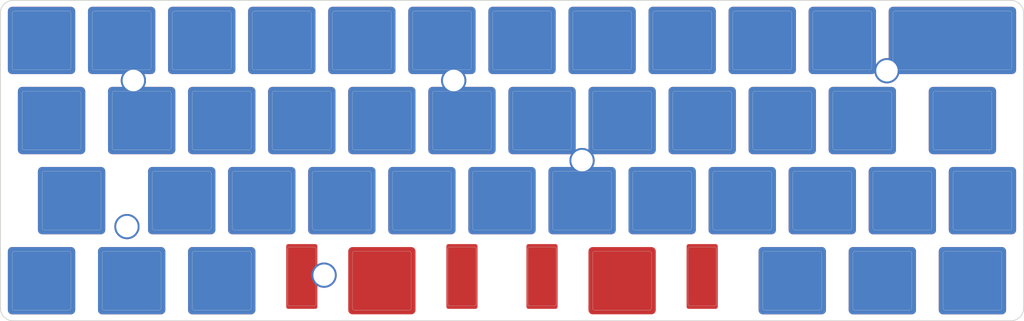
<source format=kicad_pcb>
(kicad_pcb (version 20171130) (host pcbnew "(5.1.4)-1")

  (general
    (thickness 1.6)
    (drawings 8)
    (tracks 0)
    (zones 0)
    (modules 50)
    (nets 1)
  )

  (page A4)
  (layers
    (0 F.Cu signal)
    (31 B.Cu signal)
    (32 B.Adhes user)
    (33 F.Adhes user)
    (34 B.Paste user)
    (35 F.Paste user)
    (36 B.SilkS user)
    (37 F.SilkS user)
    (38 B.Mask user)
    (39 F.Mask user)
    (40 Dwgs.User user)
    (41 Cmts.User user)
    (42 Eco1.User user)
    (43 Eco2.User user)
    (44 Edge.Cuts user)
    (45 Margin user)
    (46 B.CrtYd user)
    (47 F.CrtYd user)
    (48 B.Fab user)
    (49 F.Fab user)
  )

  (setup
    (last_trace_width 0.25)
    (trace_clearance 0.2)
    (zone_clearance 0.508)
    (zone_45_only no)
    (trace_min 0.2)
    (via_size 0.8)
    (via_drill 0.4)
    (via_min_size 0.4)
    (via_min_drill 0.3)
    (uvia_size 0.3)
    (uvia_drill 0.1)
    (uvias_allowed no)
    (uvia_min_size 0.2)
    (uvia_min_drill 0.1)
    (edge_width 0.05)
    (segment_width 0.2)
    (pcb_text_width 0.3)
    (pcb_text_size 1.5 1.5)
    (mod_edge_width 0.12)
    (mod_text_size 1 1)
    (mod_text_width 0.15)
    (pad_size 1.524 1.524)
    (pad_drill 0.762)
    (pad_to_mask_clearance 0.051)
    (solder_mask_min_width 0.25)
    (aux_axis_origin 0 0)
    (grid_origin 22.2236 24.6047)
    (visible_elements 7FFFEFFF)
    (pcbplotparams
      (layerselection 0x010f0_ffffffff)
      (usegerberextensions false)
      (usegerberattributes false)
      (usegerberadvancedattributes false)
      (creategerberjobfile false)
      (excludeedgelayer true)
      (linewidth 0.100000)
      (plotframeref false)
      (viasonmask false)
      (mode 1)
      (useauxorigin false)
      (hpglpennumber 1)
      (hpglpenspeed 20)
      (hpglpendiameter 15.000000)
      (psnegative false)
      (psa4output false)
      (plotreference true)
      (plotvalue true)
      (plotinvisibletext false)
      (padsonsilk false)
      (subtractmaskfromsilk false)
      (outputformat 1)
      (mirror false)
      (drillshape 0)
      (scaleselection 1)
      (outputdirectory ""))
  )

  (net 0 "")

  (net_class Default "This is the default net class."
    (clearance 0.2)
    (trace_width 0.25)
    (via_dia 0.8)
    (via_drill 0.4)
    (uvia_dia 0.3)
    (uvia_drill 0.1)
  )

  (module Project-Parts:platehole (layer F.Cu) (tedit 5FDFFF67) (tstamp 5FE052EC)
    (at 223.33064 31.81068)
    (fp_text reference REF** (at 0 0.5) (layer F.SilkS)
      (effects (font (size 1 1) (thickness 0.15)))
    )
    (fp_text value platehole (at 0 -0.5) (layer F.Fab)
      (effects (font (size 1 1) (thickness 0.15)))
    )
    (pad "" np_thru_hole circle (at 0 0) (size 6 6) (drill 5.1) (layers *.Cu *.Mask))
  )

  (module Project-Parts:platehole (layer F.Cu) (tedit 5FDFFF67) (tstamp 5FE052EC)
    (at 120.2676 34.1297)
    (fp_text reference REF** (at 0 0.5) (layer F.SilkS)
      (effects (font (size 1 1) (thickness 0.15)))
    )
    (fp_text value platehole (at 0 -0.5) (layer F.Fab)
      (effects (font (size 1 1) (thickness 0.15)))
    )
    (pad "" np_thru_hole circle (at 0 0) (size 6 6) (drill 5.1) (layers *.Cu *.Mask))
  )

  (module Project-Parts:platehole (layer F.Cu) (tedit 5FDFFF67) (tstamp 5FE052EC)
    (at 44.0676 34.1285)
    (fp_text reference REF** (at 0 0.5) (layer F.SilkS)
      (effects (font (size 1 1) (thickness 0.15)))
    )
    (fp_text value platehole (at 0 -0.5) (layer F.Fab)
      (effects (font (size 1 1) (thickness 0.15)))
    )
    (pad "" np_thru_hole circle (at 0 0) (size 6 6) (drill 5.1) (layers *.Cu *.Mask))
  )

  (module Project-Parts:platehole (layer F.Cu) (tedit 5FDFFF67) (tstamp 5FE052EC)
    (at 42.54046 68.88392)
    (fp_text reference REF** (at 0 0.5) (layer F.SilkS)
      (effects (font (size 1 1) (thickness 0.15)))
    )
    (fp_text value platehole (at 0 -0.5) (layer F.Fab)
      (effects (font (size 1 1) (thickness 0.15)))
    )
    (pad "" np_thru_hole circle (at 0 0) (size 6 6) (drill 5.1) (layers *.Cu *.Mask))
  )

  (module Project-Parts:platehole (layer F.Cu) (tedit 5FDFFF67) (tstamp 5FE052EC)
    (at 89.44156 80.4333)
    (fp_text reference REF** (at 0 0.5) (layer F.SilkS)
      (effects (font (size 1 1) (thickness 0.15)))
    )
    (fp_text value platehole (at 0 -0.5) (layer F.Fab)
      (effects (font (size 1 1) (thickness 0.15)))
    )
    (pad "" np_thru_hole circle (at 0 0) (size 6 6) (drill 5.1) (layers *.Cu *.Mask))
  )

  (module Project-Parts:platehole (layer F.Cu) (tedit 5FDFFF67) (tstamp 5FE051F3)
    (at 150.803 53.1779)
    (fp_text reference REF** (at 0 0.5) (layer F.SilkS)
      (effects (font (size 1 1) (thickness 0.15)))
    )
    (fp_text value platehole (at 0 -0.5) (layer F.Fab)
      (effects (font (size 1 1) (thickness 0.15)))
    )
    (pad "" np_thru_hole circle (at 0 0) (size 6 6) (drill 5.1) (layers *.Cu *.Mask))
  )

  (module Keybage_MX_Cutout:MX_Cutout_1.75u_enc (layer F.Cu) (tedit 5FDFF430) (tstamp 5FE06496)
    (at 238.9037 24.6047)
    (fp_text reference REF** (at 0.25 10.05) (layer Eco2.User) hide
      (effects (font (size 1 1) (thickness 0.15)))
    )
    (fp_text value MX_Cutout_1.75u_enc (at 0 -15.24) (layer F.Fab) hide
      (effects (font (size 1 1) (thickness 0.15)))
    )
    (fp_line (start 16.66875 -9.525) (end 16.66875 9.525) (layer Dwgs.User) (width 0.15))
    (fp_line (start 16.66875 9.525) (end -16.66875 9.525) (layer Dwgs.User) (width 0.15))
    (fp_line (start -16.66875 9.525) (end -16.66875 -9.525) (layer Dwgs.User) (width 0.15))
    (fp_line (start -16.66875 -9.525) (end 16.66875 -9.525) (layer Dwgs.User) (width 0.15))
    (fp_line (start 13.64375 -7) (end -13.64375 -7) (layer Edge.Cuts) (width 0.05))
    (fp_line (start -14.14375 -6.5) (end -14.14375 6.5) (layer Edge.Cuts) (width 0.05))
    (fp_line (start -13.64375 7) (end 13.64375 7) (layer Edge.Cuts) (width 0.05))
    (fp_line (start 14.14375 6.5) (end 14.14375 -6.5) (layer Edge.Cuts) (width 0.05))
    (fp_arc (start 13.64375 -6.5) (end 14.14375 -6.5) (angle -90) (layer Edge.Cuts) (width 0.05))
    (fp_arc (start -13.64375 -6.5) (end -13.64375 -7) (angle -90) (layer Edge.Cuts) (width 0.05))
    (fp_arc (start -13.64375 6.5) (end -14.14375 6.5) (angle -90) (layer Edge.Cuts) (width 0.05))
    (fp_arc (start 13.64375 6.5) (end 13.64375 7) (angle -90) (layer Edge.Cuts) (width 0.05))
    (pad 1 smd roundrect (at 0 0 180) (size 30.2875 16) (layers F.Cu F.Mask) (roundrect_rratio 0.063))
    (pad 1 smd roundrect (at 0 0 180) (size 30.2875 16) (layers B.Cu B.Mask) (roundrect_rratio 0.063))
  )

  (module Keybage_MX_Cutout:MX_Cutout_3u (layer F.Cu) (tedit 5FDFEB91) (tstamp 5FE05F07)
    (at 160.3274 81.7511 180)
    (fp_text reference REF** (at 0.25 10.05 180) (layer Eco2.User) hide
      (effects (font (size 1 1) (thickness 0.15)))
    )
    (fp_text value MX_Cutout_3u (at 0 -15.24 180) (layer F.Fab) hide
      (effects (font (size 1 1) (thickness 0.15)))
    )
    (fp_arc (start -16.175 -5.5) (end -15.675 -5.5) (angle -90) (layer Edge.Cuts) (width 0.05))
    (fp_arc (start -21.925 -5.5) (end -21.925 -6) (angle -90) (layer Edge.Cuts) (width 0.05))
    (fp_arc (start -21.925 7.5) (end -22.425 7.5) (angle -90) (layer Edge.Cuts) (width 0.05))
    (fp_arc (start -16.175 7.5) (end -16.175 8) (angle -90) (layer Edge.Cuts) (width 0.05))
    (fp_arc (start -6.5 -6.5) (end -6.5 -7) (angle -90) (layer Edge.Cuts) (width 0.05))
    (fp_arc (start -6.5 6.5) (end -7 6.5) (angle -90) (layer Edge.Cuts) (width 0.05))
    (fp_arc (start 6.5 6.5) (end 6.5 7) (angle -90) (layer Edge.Cuts) (width 0.05))
    (fp_arc (start 6.5 -6.5) (end 7 -6.5) (angle -90) (layer Edge.Cuts) (width 0.05))
    (fp_arc (start 21.925 -5.5) (end 22.425 -5.5) (angle -90) (layer Edge.Cuts) (width 0.05))
    (fp_arc (start 16.175 -5.5) (end 16.175 -6) (angle -90) (layer Edge.Cuts) (width 0.05))
    (fp_arc (start 16.175 7.5) (end 15.675 7.5) (angle -90) (layer Edge.Cuts) (width 0.05))
    (fp_arc (start 21.925 7.5) (end 21.925 8) (angle -90) (layer Edge.Cuts) (width 0.05))
    (fp_line (start -28.575 -9.525) (end -28.575 9.525) (layer Dwgs.User) (width 0.15))
    (fp_line (start -28.575 9.525) (end 28.575 9.525) (layer Dwgs.User) (width 0.15))
    (fp_line (start -28.575 -9.525) (end 28.575 -9.525) (layer Dwgs.User) (width 0.15))
    (fp_line (start 28.575 -9.525) (end 28.575 9.525) (layer Dwgs.User) (width 0.15))
    (fp_line (start -6.5 -7) (end 6.5 -7) (layer Edge.Cuts) (width 0.05))
    (fp_line (start 7 -6.5) (end 7 6.5) (layer Edge.Cuts) (width 0.05))
    (fp_line (start 6.5 7) (end -6.5 7) (layer Edge.Cuts) (width 0.05))
    (fp_line (start -7 6.5) (end -7 -6.5) (layer Edge.Cuts) (width 0.05))
    (fp_line (start -15.675 -5.5) (end -15.675 7.5) (layer Edge.Cuts) (width 0.05))
    (fp_line (start -16.175 8) (end -21.925 8) (layer Edge.Cuts) (width 0.05))
    (fp_line (start -22.425 7.5) (end -22.425 -5.5) (layer Edge.Cuts) (width 0.05))
    (fp_line (start -21.925 -6) (end -16.175 -6) (layer Edge.Cuts) (width 0.05))
    (fp_line (start 22.425 -5.5) (end 22.425 7.5) (layer Edge.Cuts) (width 0.05))
    (fp_line (start 21.925 8) (end 16.175 8) (layer Edge.Cuts) (width 0.05))
    (fp_line (start 15.675 7.5) (end 15.675 -5.5) (layer Edge.Cuts) (width 0.05))
    (fp_line (start 16.175 -6) (end 21.925 -6) (layer Edge.Cuts) (width 0.05))
    (pad 1 smd roundrect (at 0 0) (size 16 16) (layers F.Cu F.Mask) (roundrect_rratio 0.063))
    (pad 1 smd roundrect (at -19.05 1) (size 7.4 15.4) (layers F.Cu F.Mask) (roundrect_rratio 0.063))
    (pad 1 smd roundrect (at 19.05 1) (size 7.4 15.4) (layers F.Cu F.Mask) (roundrect_rratio 0.063))
  )

  (module Keybage_MX_Cutout:MX_Cutout_3u (layer F.Cu) (tedit 5FDFEB91) (tstamp 5FE05A71)
    (at 103.181 81.7511 180)
    (fp_text reference REF** (at 0.25 10.05 180) (layer Eco2.User) hide
      (effects (font (size 1 1) (thickness 0.15)))
    )
    (fp_text value MX_Cutout_3u (at 0 -15.24 180) (layer F.Fab) hide
      (effects (font (size 1 1) (thickness 0.15)))
    )
    (fp_arc (start -16.175 -5.5) (end -15.675 -5.5) (angle -90) (layer Edge.Cuts) (width 0.05))
    (fp_arc (start -21.925 -5.5) (end -21.925 -6) (angle -90) (layer Edge.Cuts) (width 0.05))
    (fp_arc (start -21.925 7.5) (end -22.425 7.5) (angle -90) (layer Edge.Cuts) (width 0.05))
    (fp_arc (start -16.175 7.5) (end -16.175 8) (angle -90) (layer Edge.Cuts) (width 0.05))
    (fp_arc (start -6.5 -6.5) (end -6.5 -7) (angle -90) (layer Edge.Cuts) (width 0.05))
    (fp_arc (start -6.5 6.5) (end -7 6.5) (angle -90) (layer Edge.Cuts) (width 0.05))
    (fp_arc (start 6.5 6.5) (end 6.5 7) (angle -90) (layer Edge.Cuts) (width 0.05))
    (fp_arc (start 6.5 -6.5) (end 7 -6.5) (angle -90) (layer Edge.Cuts) (width 0.05))
    (fp_arc (start 21.925 -5.5) (end 22.425 -5.5) (angle -90) (layer Edge.Cuts) (width 0.05))
    (fp_arc (start 16.175 -5.5) (end 16.175 -6) (angle -90) (layer Edge.Cuts) (width 0.05))
    (fp_arc (start 16.175 7.5) (end 15.675 7.5) (angle -90) (layer Edge.Cuts) (width 0.05))
    (fp_arc (start 21.925 7.5) (end 21.925 8) (angle -90) (layer Edge.Cuts) (width 0.05))
    (fp_line (start -28.575 -9.525) (end -28.575 9.525) (layer Dwgs.User) (width 0.15))
    (fp_line (start -28.575 9.525) (end 28.575 9.525) (layer Dwgs.User) (width 0.15))
    (fp_line (start -28.575 -9.525) (end 28.575 -9.525) (layer Dwgs.User) (width 0.15))
    (fp_line (start 28.575 -9.525) (end 28.575 9.525) (layer Dwgs.User) (width 0.15))
    (fp_line (start -6.5 -7) (end 6.5 -7) (layer Edge.Cuts) (width 0.05))
    (fp_line (start 7 -6.5) (end 7 6.5) (layer Edge.Cuts) (width 0.05))
    (fp_line (start 6.5 7) (end -6.5 7) (layer Edge.Cuts) (width 0.05))
    (fp_line (start -7 6.5) (end -7 -6.5) (layer Edge.Cuts) (width 0.05))
    (fp_line (start -15.675 -5.5) (end -15.675 7.5) (layer Edge.Cuts) (width 0.05))
    (fp_line (start -16.175 8) (end -21.925 8) (layer Edge.Cuts) (width 0.05))
    (fp_line (start -22.425 7.5) (end -22.425 -5.5) (layer Edge.Cuts) (width 0.05))
    (fp_line (start -21.925 -6) (end -16.175 -6) (layer Edge.Cuts) (width 0.05))
    (fp_line (start 22.425 -5.5) (end 22.425 7.5) (layer Edge.Cuts) (width 0.05))
    (fp_line (start 21.925 8) (end 16.175 8) (layer Edge.Cuts) (width 0.05))
    (fp_line (start 15.675 7.5) (end 15.675 -5.5) (layer Edge.Cuts) (width 0.05))
    (fp_line (start 16.175 -6) (end 21.925 -6) (layer Edge.Cuts) (width 0.05))
    (pad 1 smd roundrect (at 0 0) (size 16 16) (layers F.Cu F.Mask) (roundrect_rratio 0.063))
    (pad 1 smd roundrect (at -19.05 1) (size 7.4 15.4) (layers F.Cu F.Mask) (roundrect_rratio 0.063))
    (pad 1 smd roundrect (at 19.05 1) (size 7.4 15.4) (layers F.Cu F.Mask) (roundrect_rratio 0.063))
  )

  (module Keybage_MX_Cutout:MX_Cutout_1.5u (layer F.Cu) (tedit 5F05689C) (tstamp 5FE05508)
    (at 241.2848 43.6535)
    (fp_text reference REF** (at 0.25 10.05) (layer Eco2.User) hide
      (effects (font (size 1 1) (thickness 0.15)))
    )
    (fp_text value MX_Cutout_1.5u (at 0 -15.24) (layer F.Fab) hide
      (effects (font (size 1 1) (thickness 0.15)))
    )
    (fp_arc (start 6.5 -6.5) (end 7 -6.5) (angle -90) (layer Edge.Cuts) (width 0.05))
    (fp_arc (start -6.5 -6.5) (end -6.5 -7) (angle -90) (layer Edge.Cuts) (width 0.05))
    (fp_arc (start -6.5 6.5) (end -7 6.5) (angle -90) (layer Edge.Cuts) (width 0.05))
    (fp_arc (start 6.5 6.5) (end 6.5 7) (angle -90) (layer Edge.Cuts) (width 0.05))
    (fp_line (start 7 6.5) (end 7 -6.5) (layer Edge.Cuts) (width 0.05))
    (fp_line (start -6.5 7) (end 6.5 7) (layer Edge.Cuts) (width 0.05))
    (fp_line (start -7 -6.5) (end -7 6.5) (layer Edge.Cuts) (width 0.05))
    (fp_line (start 6.5 -7) (end -6.5 -7) (layer Edge.Cuts) (width 0.05))
    (fp_line (start -14.2875 -9.525) (end 14.2875 -9.525) (layer Dwgs.User) (width 0.15))
    (fp_line (start -14.2875 9.525) (end -14.2875 -9.525) (layer Dwgs.User) (width 0.15))
    (fp_line (start 14.2875 9.525) (end -14.2875 9.525) (layer Dwgs.User) (width 0.15))
    (fp_line (start 14.2875 -9.525) (end 14.2875 9.525) (layer Dwgs.User) (width 0.15))
    (pad 1 smd roundrect (at 0 0 180) (size 16 16) (layers F.Cu F.Mask) (roundrect_rratio 0.063))
    (pad 1 smd roundrect (at 0 0 180) (size 16 16) (layers B.Cu B.Mask) (roundrect_rratio 0.063))
  )

  (module Keybage_MX_Cutout:MX_Cutout_1.25u (layer F.Cu) (tedit 5F056825) (tstamp 5FE05398)
    (at 243.6659 81.7511)
    (fp_text reference REF** (at 0.25 10.05) (layer Eco2.User) hide
      (effects (font (size 1 1) (thickness 0.15)))
    )
    (fp_text value MX_Cutout_1.25u (at 0 -15.24) (layer F.Fab) hide
      (effects (font (size 1 1) (thickness 0.15)))
    )
    (fp_line (start 7 6.5) (end 7 -6.5) (layer Edge.Cuts) (width 0.05))
    (fp_line (start -6.5 7) (end 6.5 7) (layer Edge.Cuts) (width 0.05))
    (fp_line (start -7 -6.5) (end -7 6.5) (layer Edge.Cuts) (width 0.05))
    (fp_line (start 6.5 -7) (end -6.5 -7) (layer Edge.Cuts) (width 0.05))
    (fp_line (start -11.90625 -9.525) (end 11.90625 -9.525) (layer Dwgs.User) (width 0.15))
    (fp_line (start -11.90625 9.525) (end -11.90625 -9.525) (layer Dwgs.User) (width 0.15))
    (fp_line (start 11.90625 9.525) (end -11.90625 9.525) (layer Dwgs.User) (width 0.15))
    (fp_line (start 11.90625 -9.525) (end 11.90625 9.525) (layer Dwgs.User) (width 0.15))
    (fp_arc (start 6.5 -6.5) (end 7 -6.5) (angle -90) (layer Edge.Cuts) (width 0.05))
    (fp_arc (start -6.5 -6.5) (end -6.5 -7) (angle -90) (layer Edge.Cuts) (width 0.05))
    (fp_arc (start -6.5 6.5) (end -7 6.5) (angle -90) (layer Edge.Cuts) (width 0.05))
    (fp_arc (start 6.5 6.5) (end 6.5 7) (angle -90) (layer Edge.Cuts) (width 0.05))
    (pad 1 smd roundrect (at 0 0 180) (size 16 16) (layers F.Cu F.Mask) (roundrect_rratio 0.063))
    (pad 1 smd roundrect (at 0 0 180) (size 16 16) (layers B.Cu B.Mask) (roundrect_rratio 0.063))
  )

  (module Keybage_MX_Cutout:MX_Cutout_1.25u (layer F.Cu) (tedit 5F056825) (tstamp 5FE05353)
    (at 200.8061 81.7511)
    (fp_text reference REF** (at 0.25 10.05) (layer Eco2.User) hide
      (effects (font (size 1 1) (thickness 0.15)))
    )
    (fp_text value MX_Cutout_1.25u (at 0 -15.24) (layer F.Fab) hide
      (effects (font (size 1 1) (thickness 0.15)))
    )
    (fp_line (start 7 6.5) (end 7 -6.5) (layer Edge.Cuts) (width 0.05))
    (fp_line (start -6.5 7) (end 6.5 7) (layer Edge.Cuts) (width 0.05))
    (fp_line (start -7 -6.5) (end -7 6.5) (layer Edge.Cuts) (width 0.05))
    (fp_line (start 6.5 -7) (end -6.5 -7) (layer Edge.Cuts) (width 0.05))
    (fp_line (start -11.90625 -9.525) (end 11.90625 -9.525) (layer Dwgs.User) (width 0.15))
    (fp_line (start -11.90625 9.525) (end -11.90625 -9.525) (layer Dwgs.User) (width 0.15))
    (fp_line (start 11.90625 9.525) (end -11.90625 9.525) (layer Dwgs.User) (width 0.15))
    (fp_line (start 11.90625 -9.525) (end 11.90625 9.525) (layer Dwgs.User) (width 0.15))
    (fp_arc (start 6.5 -6.5) (end 7 -6.5) (angle -90) (layer Edge.Cuts) (width 0.05))
    (fp_arc (start -6.5 -6.5) (end -6.5 -7) (angle -90) (layer Edge.Cuts) (width 0.05))
    (fp_arc (start -6.5 6.5) (end -7 6.5) (angle -90) (layer Edge.Cuts) (width 0.05))
    (fp_arc (start 6.5 6.5) (end 6.5 7) (angle -90) (layer Edge.Cuts) (width 0.05))
    (pad 1 smd roundrect (at 0 0 180) (size 16 16) (layers F.Cu F.Mask) (roundrect_rratio 0.063))
    (pad 1 smd roundrect (at 0 0 180) (size 16 16) (layers B.Cu B.Mask) (roundrect_rratio 0.063))
  )

  (module Keybage_MX_Cutout:MX_Cutout_1.25u (layer F.Cu) (tedit 5F056825) (tstamp 5FE0530E)
    (at 43.6535 81.7511)
    (fp_text reference REF** (at 0.25 10.05) (layer Eco2.User) hide
      (effects (font (size 1 1) (thickness 0.15)))
    )
    (fp_text value MX_Cutout_1.25u (at 0 -15.24) (layer F.Fab) hide
      (effects (font (size 1 1) (thickness 0.15)))
    )
    (fp_line (start 7 6.5) (end 7 -6.5) (layer Edge.Cuts) (width 0.05))
    (fp_line (start -6.5 7) (end 6.5 7) (layer Edge.Cuts) (width 0.05))
    (fp_line (start -7 -6.5) (end -7 6.5) (layer Edge.Cuts) (width 0.05))
    (fp_line (start 6.5 -7) (end -6.5 -7) (layer Edge.Cuts) (width 0.05))
    (fp_line (start -11.90625 -9.525) (end 11.90625 -9.525) (layer Dwgs.User) (width 0.15))
    (fp_line (start -11.90625 9.525) (end -11.90625 -9.525) (layer Dwgs.User) (width 0.15))
    (fp_line (start 11.90625 9.525) (end -11.90625 9.525) (layer Dwgs.User) (width 0.15))
    (fp_line (start 11.90625 -9.525) (end 11.90625 9.525) (layer Dwgs.User) (width 0.15))
    (fp_arc (start 6.5 -6.5) (end 7 -6.5) (angle -90) (layer Edge.Cuts) (width 0.05))
    (fp_arc (start -6.5 -6.5) (end -6.5 -7) (angle -90) (layer Edge.Cuts) (width 0.05))
    (fp_arc (start -6.5 6.5) (end -7 6.5) (angle -90) (layer Edge.Cuts) (width 0.05))
    (fp_arc (start 6.5 6.5) (end 6.5 7) (angle -90) (layer Edge.Cuts) (width 0.05))
    (pad 1 smd roundrect (at 0 0 180) (size 16 16) (layers F.Cu F.Mask) (roundrect_rratio 0.063))
    (pad 1 smd roundrect (at 0 0 180) (size 16 16) (layers B.Cu B.Mask) (roundrect_rratio 0.063))
  )

  (module Keybage_MX_Cutout:MX_Cutout_1.75u (layer F.Cu) (tedit 5F056945) (tstamp 5FE052A7)
    (at 29.3669 62.7023)
    (fp_text reference REF** (at 0.25 10.05) (layer Eco2.User) hide
      (effects (font (size 1 1) (thickness 0.15)))
    )
    (fp_text value MX_Cutout_1.75u (at 0 -15.24) (layer F.Fab) hide
      (effects (font (size 1 1) (thickness 0.15)))
    )
    (fp_arc (start 6.5 6.5) (end 6.5 7) (angle -90) (layer Edge.Cuts) (width 0.05))
    (fp_arc (start -6.5 6.5) (end -7 6.5) (angle -90) (layer Edge.Cuts) (width 0.05))
    (fp_arc (start -6.5 -6.5) (end -6.5 -7) (angle -90) (layer Edge.Cuts) (width 0.05))
    (fp_arc (start 6.5 -6.5) (end 7 -6.5) (angle -90) (layer Edge.Cuts) (width 0.05))
    (fp_line (start 7 6.5) (end 7 -6.5) (layer Edge.Cuts) (width 0.05))
    (fp_line (start -6.5 7) (end 6.5 7) (layer Edge.Cuts) (width 0.05))
    (fp_line (start -7 -6.5) (end -7 6.5) (layer Edge.Cuts) (width 0.05))
    (fp_line (start 6.5 -7) (end -6.5 -7) (layer Edge.Cuts) (width 0.05))
    (fp_line (start -16.66875 -9.525) (end 16.66875 -9.525) (layer Dwgs.User) (width 0.15))
    (fp_line (start -16.66875 9.525) (end -16.66875 -9.525) (layer Dwgs.User) (width 0.15))
    (fp_line (start 16.66875 9.525) (end -16.66875 9.525) (layer Dwgs.User) (width 0.15))
    (fp_line (start 16.66875 -9.525) (end 16.66875 9.525) (layer Dwgs.User) (width 0.15))
    (pad 1 smd roundrect (at 0 0 180) (size 16 16) (layers B.Cu B.Mask) (roundrect_rratio 0.063))
    (pad 1 smd roundrect (at 0 0 180) (size 16 16) (layers F.Cu F.Mask) (roundrect_rratio 0.063))
  )

  (module Keybage_MX_Cutout:MX_Cutout_1.25u (layer F.Cu) (tedit 5F056825) (tstamp 5FE05115)
    (at 24.6047 43.6535)
    (fp_text reference REF** (at 0.25 10.05) (layer Eco2.User) hide
      (effects (font (size 1 1) (thickness 0.15)))
    )
    (fp_text value MX_Cutout_1.25u (at 0 -15.24) (layer F.Fab) hide
      (effects (font (size 1 1) (thickness 0.15)))
    )
    (fp_line (start 7 6.5) (end 7 -6.5) (layer Edge.Cuts) (width 0.05))
    (fp_line (start -6.5 7) (end 6.5 7) (layer Edge.Cuts) (width 0.05))
    (fp_line (start -7 -6.5) (end -7 6.5) (layer Edge.Cuts) (width 0.05))
    (fp_line (start 6.5 -7) (end -6.5 -7) (layer Edge.Cuts) (width 0.05))
    (fp_line (start -11.90625 -9.525) (end 11.90625 -9.525) (layer Dwgs.User) (width 0.15))
    (fp_line (start -11.90625 9.525) (end -11.90625 -9.525) (layer Dwgs.User) (width 0.15))
    (fp_line (start 11.90625 9.525) (end -11.90625 9.525) (layer Dwgs.User) (width 0.15))
    (fp_line (start 11.90625 -9.525) (end 11.90625 9.525) (layer Dwgs.User) (width 0.15))
    (fp_arc (start 6.5 -6.5) (end 7 -6.5) (angle -90) (layer Edge.Cuts) (width 0.05))
    (fp_arc (start -6.5 -6.5) (end -6.5 -7) (angle -90) (layer Edge.Cuts) (width 0.05))
    (fp_arc (start -6.5 6.5) (end -7 6.5) (angle -90) (layer Edge.Cuts) (width 0.05))
    (fp_arc (start 6.5 6.5) (end 6.5 7) (angle -90) (layer Edge.Cuts) (width 0.05))
    (pad 1 smd roundrect (at 0 0 180) (size 16 16) (layers F.Cu F.Mask) (roundrect_rratio 0.063))
    (pad 1 smd roundrect (at 0 0 180) (size 16 16) (layers B.Cu B.Mask) (roundrect_rratio 0.063))
  )

  (module Keybage_MX_Cutout:MX_Cutout_1u (layer F.Cu) (tedit 5F0566A3) (tstamp 5FE04F31)
    (at 222.236 81.7511)
    (fp_text reference REF** (at 0.25 10.05) (layer Eco2.User) hide
      (effects (font (size 1 1) (thickness 0.15)))
    )
    (fp_text value MX_Cutout_1u (at 0 -15.24) (layer F.Fab) hide
      (effects (font (size 1 1) (thickness 0.15)))
    )
    (fp_arc (start 6.5 6.5) (end 6.5 7) (angle -90) (layer Edge.Cuts) (width 0.05))
    (fp_arc (start -6.5 6.5) (end -7 6.5) (angle -90) (layer Edge.Cuts) (width 0.05))
    (fp_arc (start -6.5 -6.5) (end -6.5 -7) (angle -90) (layer Edge.Cuts) (width 0.05))
    (fp_arc (start 6.5 -6.5) (end 7 -6.5) (angle -90) (layer Edge.Cuts) (width 0.05))
    (fp_line (start 7 6.5) (end 7 -6.5) (layer Edge.Cuts) (width 0.05))
    (fp_line (start -6.5 7) (end 6.5 7) (layer Edge.Cuts) (width 0.05))
    (fp_line (start -7 -6.5) (end -7 6.5) (layer Edge.Cuts) (width 0.05))
    (fp_line (start 6.5 -7) (end -6.5 -7) (layer Edge.Cuts) (width 0.05))
    (fp_line (start -9.525 -9.525) (end 9.525 -9.525) (layer Dwgs.User) (width 0.15))
    (fp_line (start -9.525 9.525) (end -9.525 -9.525) (layer Dwgs.User) (width 0.15))
    (fp_line (start 9.525 9.525) (end -9.525 9.525) (layer Dwgs.User) (width 0.15))
    (fp_line (start 9.525 -9.525) (end 9.525 9.525) (layer Dwgs.User) (width 0.15))
    (pad 1 smd roundrect (at 0 0 180) (size 16 16) (layers B.Cu B.Mask) (roundrect_rratio 0.063))
    (pad 1 smd roundrect (at 0 0 180) (size 16 16) (layers F.Cu F.Mask) (roundrect_rratio 0.063))
  )

  (module Keybage_MX_Cutout:MX_Cutout_1u (layer F.Cu) (tedit 5F0566A3) (tstamp 5FE04EEC)
    (at 65.0834 81.7511)
    (fp_text reference REF** (at 0.25 10.05) (layer Eco2.User) hide
      (effects (font (size 1 1) (thickness 0.15)))
    )
    (fp_text value MX_Cutout_1u (at 0 -15.24) (layer F.Fab) hide
      (effects (font (size 1 1) (thickness 0.15)))
    )
    (fp_arc (start 6.5 6.5) (end 6.5 7) (angle -90) (layer Edge.Cuts) (width 0.05))
    (fp_arc (start -6.5 6.5) (end -7 6.5) (angle -90) (layer Edge.Cuts) (width 0.05))
    (fp_arc (start -6.5 -6.5) (end -6.5 -7) (angle -90) (layer Edge.Cuts) (width 0.05))
    (fp_arc (start 6.5 -6.5) (end 7 -6.5) (angle -90) (layer Edge.Cuts) (width 0.05))
    (fp_line (start 7 6.5) (end 7 -6.5) (layer Edge.Cuts) (width 0.05))
    (fp_line (start -6.5 7) (end 6.5 7) (layer Edge.Cuts) (width 0.05))
    (fp_line (start -7 -6.5) (end -7 6.5) (layer Edge.Cuts) (width 0.05))
    (fp_line (start 6.5 -7) (end -6.5 -7) (layer Edge.Cuts) (width 0.05))
    (fp_line (start -9.525 -9.525) (end 9.525 -9.525) (layer Dwgs.User) (width 0.15))
    (fp_line (start -9.525 9.525) (end -9.525 -9.525) (layer Dwgs.User) (width 0.15))
    (fp_line (start 9.525 9.525) (end -9.525 9.525) (layer Dwgs.User) (width 0.15))
    (fp_line (start 9.525 -9.525) (end 9.525 9.525) (layer Dwgs.User) (width 0.15))
    (pad 1 smd roundrect (at 0 0 180) (size 16 16) (layers B.Cu B.Mask) (roundrect_rratio 0.063))
    (pad 1 smd roundrect (at 0 0 180) (size 16 16) (layers F.Cu F.Mask) (roundrect_rratio 0.063))
  )

  (module Keybage_MX_Cutout:MX_Cutout_1u (layer F.Cu) (tedit 5F0566A3) (tstamp 5FE04EA7)
    (at 22.2236 81.7511)
    (fp_text reference REF** (at 0.25 10.05) (layer Eco2.User) hide
      (effects (font (size 1 1) (thickness 0.15)))
    )
    (fp_text value MX_Cutout_1u (at 0 -15.24) (layer F.Fab) hide
      (effects (font (size 1 1) (thickness 0.15)))
    )
    (fp_arc (start 6.5 6.5) (end 6.5 7) (angle -90) (layer Edge.Cuts) (width 0.05))
    (fp_arc (start -6.5 6.5) (end -7 6.5) (angle -90) (layer Edge.Cuts) (width 0.05))
    (fp_arc (start -6.5 -6.5) (end -6.5 -7) (angle -90) (layer Edge.Cuts) (width 0.05))
    (fp_arc (start 6.5 -6.5) (end 7 -6.5) (angle -90) (layer Edge.Cuts) (width 0.05))
    (fp_line (start 7 6.5) (end 7 -6.5) (layer Edge.Cuts) (width 0.05))
    (fp_line (start -6.5 7) (end 6.5 7) (layer Edge.Cuts) (width 0.05))
    (fp_line (start -7 -6.5) (end -7 6.5) (layer Edge.Cuts) (width 0.05))
    (fp_line (start 6.5 -7) (end -6.5 -7) (layer Edge.Cuts) (width 0.05))
    (fp_line (start -9.525 -9.525) (end 9.525 -9.525) (layer Dwgs.User) (width 0.15))
    (fp_line (start -9.525 9.525) (end -9.525 -9.525) (layer Dwgs.User) (width 0.15))
    (fp_line (start 9.525 9.525) (end -9.525 9.525) (layer Dwgs.User) (width 0.15))
    (fp_line (start 9.525 -9.525) (end 9.525 9.525) (layer Dwgs.User) (width 0.15))
    (pad 1 smd roundrect (at 0 0 180) (size 16 16) (layers B.Cu B.Mask) (roundrect_rratio 0.063))
    (pad 1 smd roundrect (at 0 0 180) (size 16 16) (layers F.Cu F.Mask) (roundrect_rratio 0.063))
  )

  (module Keybage_MX_Cutout:MX_Cutout_1u (layer F.Cu) (tedit 5F0566A3) (tstamp 5FE04E62)
    (at 55.559 62.7023)
    (fp_text reference REF** (at 0.25 10.05) (layer Eco2.User) hide
      (effects (font (size 1 1) (thickness 0.15)))
    )
    (fp_text value MX_Cutout_1u (at 0 -15.24) (layer F.Fab) hide
      (effects (font (size 1 1) (thickness 0.15)))
    )
    (fp_arc (start 6.5 6.5) (end 6.5 7) (angle -90) (layer Edge.Cuts) (width 0.05))
    (fp_arc (start -6.5 6.5) (end -7 6.5) (angle -90) (layer Edge.Cuts) (width 0.05))
    (fp_arc (start -6.5 -6.5) (end -6.5 -7) (angle -90) (layer Edge.Cuts) (width 0.05))
    (fp_arc (start 6.5 -6.5) (end 7 -6.5) (angle -90) (layer Edge.Cuts) (width 0.05))
    (fp_line (start 7 6.5) (end 7 -6.5) (layer Edge.Cuts) (width 0.05))
    (fp_line (start -6.5 7) (end 6.5 7) (layer Edge.Cuts) (width 0.05))
    (fp_line (start -7 -6.5) (end -7 6.5) (layer Edge.Cuts) (width 0.05))
    (fp_line (start 6.5 -7) (end -6.5 -7) (layer Edge.Cuts) (width 0.05))
    (fp_line (start -9.525 -9.525) (end 9.525 -9.525) (layer Dwgs.User) (width 0.15))
    (fp_line (start -9.525 9.525) (end -9.525 -9.525) (layer Dwgs.User) (width 0.15))
    (fp_line (start 9.525 9.525) (end -9.525 9.525) (layer Dwgs.User) (width 0.15))
    (fp_line (start 9.525 -9.525) (end 9.525 9.525) (layer Dwgs.User) (width 0.15))
    (pad 1 smd roundrect (at 0 0 180) (size 16 16) (layers B.Cu B.Mask) (roundrect_rratio 0.063))
    (pad 1 smd roundrect (at 0 0 180) (size 16 16) (layers F.Cu F.Mask) (roundrect_rratio 0.063))
  )

  (module Keybage_MX_Cutout:MX_Cutout_1u (layer F.Cu) (tedit 5F0566A3) (tstamp 5FE04E1D)
    (at 74.6078 62.7023)
    (fp_text reference REF** (at 0.25 10.05) (layer Eco2.User) hide
      (effects (font (size 1 1) (thickness 0.15)))
    )
    (fp_text value MX_Cutout_1u (at 0 -15.24) (layer F.Fab) hide
      (effects (font (size 1 1) (thickness 0.15)))
    )
    (fp_arc (start 6.5 6.5) (end 6.5 7) (angle -90) (layer Edge.Cuts) (width 0.05))
    (fp_arc (start -6.5 6.5) (end -7 6.5) (angle -90) (layer Edge.Cuts) (width 0.05))
    (fp_arc (start -6.5 -6.5) (end -6.5 -7) (angle -90) (layer Edge.Cuts) (width 0.05))
    (fp_arc (start 6.5 -6.5) (end 7 -6.5) (angle -90) (layer Edge.Cuts) (width 0.05))
    (fp_line (start 7 6.5) (end 7 -6.5) (layer Edge.Cuts) (width 0.05))
    (fp_line (start -6.5 7) (end 6.5 7) (layer Edge.Cuts) (width 0.05))
    (fp_line (start -7 -6.5) (end -7 6.5) (layer Edge.Cuts) (width 0.05))
    (fp_line (start 6.5 -7) (end -6.5 -7) (layer Edge.Cuts) (width 0.05))
    (fp_line (start -9.525 -9.525) (end 9.525 -9.525) (layer Dwgs.User) (width 0.15))
    (fp_line (start -9.525 9.525) (end -9.525 -9.525) (layer Dwgs.User) (width 0.15))
    (fp_line (start 9.525 9.525) (end -9.525 9.525) (layer Dwgs.User) (width 0.15))
    (fp_line (start 9.525 -9.525) (end 9.525 9.525) (layer Dwgs.User) (width 0.15))
    (pad 1 smd roundrect (at 0 0 180) (size 16 16) (layers B.Cu B.Mask) (roundrect_rratio 0.063))
    (pad 1 smd roundrect (at 0 0 180) (size 16 16) (layers F.Cu F.Mask) (roundrect_rratio 0.063))
  )

  (module Keybage_MX_Cutout:MX_Cutout_1u (layer F.Cu) (tedit 5F0566A3) (tstamp 5FE04DD8)
    (at 93.6566 62.7023)
    (fp_text reference REF** (at 0.25 10.05) (layer Eco2.User) hide
      (effects (font (size 1 1) (thickness 0.15)))
    )
    (fp_text value MX_Cutout_1u (at 0 -15.24) (layer F.Fab) hide
      (effects (font (size 1 1) (thickness 0.15)))
    )
    (fp_arc (start 6.5 6.5) (end 6.5 7) (angle -90) (layer Edge.Cuts) (width 0.05))
    (fp_arc (start -6.5 6.5) (end -7 6.5) (angle -90) (layer Edge.Cuts) (width 0.05))
    (fp_arc (start -6.5 -6.5) (end -6.5 -7) (angle -90) (layer Edge.Cuts) (width 0.05))
    (fp_arc (start 6.5 -6.5) (end 7 -6.5) (angle -90) (layer Edge.Cuts) (width 0.05))
    (fp_line (start 7 6.5) (end 7 -6.5) (layer Edge.Cuts) (width 0.05))
    (fp_line (start -6.5 7) (end 6.5 7) (layer Edge.Cuts) (width 0.05))
    (fp_line (start -7 -6.5) (end -7 6.5) (layer Edge.Cuts) (width 0.05))
    (fp_line (start 6.5 -7) (end -6.5 -7) (layer Edge.Cuts) (width 0.05))
    (fp_line (start -9.525 -9.525) (end 9.525 -9.525) (layer Dwgs.User) (width 0.15))
    (fp_line (start -9.525 9.525) (end -9.525 -9.525) (layer Dwgs.User) (width 0.15))
    (fp_line (start 9.525 9.525) (end -9.525 9.525) (layer Dwgs.User) (width 0.15))
    (fp_line (start 9.525 -9.525) (end 9.525 9.525) (layer Dwgs.User) (width 0.15))
    (pad 1 smd roundrect (at 0 0 180) (size 16 16) (layers B.Cu B.Mask) (roundrect_rratio 0.063))
    (pad 1 smd roundrect (at 0 0 180) (size 16 16) (layers F.Cu F.Mask) (roundrect_rratio 0.063))
  )

  (module Keybage_MX_Cutout:MX_Cutout_1u (layer F.Cu) (tedit 5F0566A3) (tstamp 5FE04D93)
    (at 112.7054 62.7023)
    (fp_text reference REF** (at 0.25 10.05) (layer Eco2.User) hide
      (effects (font (size 1 1) (thickness 0.15)))
    )
    (fp_text value MX_Cutout_1u (at 0 -15.24) (layer F.Fab) hide
      (effects (font (size 1 1) (thickness 0.15)))
    )
    (fp_arc (start 6.5 6.5) (end 6.5 7) (angle -90) (layer Edge.Cuts) (width 0.05))
    (fp_arc (start -6.5 6.5) (end -7 6.5) (angle -90) (layer Edge.Cuts) (width 0.05))
    (fp_arc (start -6.5 -6.5) (end -6.5 -7) (angle -90) (layer Edge.Cuts) (width 0.05))
    (fp_arc (start 6.5 -6.5) (end 7 -6.5) (angle -90) (layer Edge.Cuts) (width 0.05))
    (fp_line (start 7 6.5) (end 7 -6.5) (layer Edge.Cuts) (width 0.05))
    (fp_line (start -6.5 7) (end 6.5 7) (layer Edge.Cuts) (width 0.05))
    (fp_line (start -7 -6.5) (end -7 6.5) (layer Edge.Cuts) (width 0.05))
    (fp_line (start 6.5 -7) (end -6.5 -7) (layer Edge.Cuts) (width 0.05))
    (fp_line (start -9.525 -9.525) (end 9.525 -9.525) (layer Dwgs.User) (width 0.15))
    (fp_line (start -9.525 9.525) (end -9.525 -9.525) (layer Dwgs.User) (width 0.15))
    (fp_line (start 9.525 9.525) (end -9.525 9.525) (layer Dwgs.User) (width 0.15))
    (fp_line (start 9.525 -9.525) (end 9.525 9.525) (layer Dwgs.User) (width 0.15))
    (pad 1 smd roundrect (at 0 0 180) (size 16 16) (layers B.Cu B.Mask) (roundrect_rratio 0.063))
    (pad 1 smd roundrect (at 0 0 180) (size 16 16) (layers F.Cu F.Mask) (roundrect_rratio 0.063))
  )

  (module Keybage_MX_Cutout:MX_Cutout_1u (layer F.Cu) (tedit 5F0566A3) (tstamp 5FE04D4E)
    (at 131.7542 62.7023)
    (fp_text reference REF** (at 0.25 10.05) (layer Eco2.User) hide
      (effects (font (size 1 1) (thickness 0.15)))
    )
    (fp_text value MX_Cutout_1u (at 0 -15.24) (layer F.Fab) hide
      (effects (font (size 1 1) (thickness 0.15)))
    )
    (fp_arc (start 6.5 6.5) (end 6.5 7) (angle -90) (layer Edge.Cuts) (width 0.05))
    (fp_arc (start -6.5 6.5) (end -7 6.5) (angle -90) (layer Edge.Cuts) (width 0.05))
    (fp_arc (start -6.5 -6.5) (end -6.5 -7) (angle -90) (layer Edge.Cuts) (width 0.05))
    (fp_arc (start 6.5 -6.5) (end 7 -6.5) (angle -90) (layer Edge.Cuts) (width 0.05))
    (fp_line (start 7 6.5) (end 7 -6.5) (layer Edge.Cuts) (width 0.05))
    (fp_line (start -6.5 7) (end 6.5 7) (layer Edge.Cuts) (width 0.05))
    (fp_line (start -7 -6.5) (end -7 6.5) (layer Edge.Cuts) (width 0.05))
    (fp_line (start 6.5 -7) (end -6.5 -7) (layer Edge.Cuts) (width 0.05))
    (fp_line (start -9.525 -9.525) (end 9.525 -9.525) (layer Dwgs.User) (width 0.15))
    (fp_line (start -9.525 9.525) (end -9.525 -9.525) (layer Dwgs.User) (width 0.15))
    (fp_line (start 9.525 9.525) (end -9.525 9.525) (layer Dwgs.User) (width 0.15))
    (fp_line (start 9.525 -9.525) (end 9.525 9.525) (layer Dwgs.User) (width 0.15))
    (pad 1 smd roundrect (at 0 0 180) (size 16 16) (layers B.Cu B.Mask) (roundrect_rratio 0.063))
    (pad 1 smd roundrect (at 0 0 180) (size 16 16) (layers F.Cu F.Mask) (roundrect_rratio 0.063))
  )

  (module Keybage_MX_Cutout:MX_Cutout_1u (layer F.Cu) (tedit 5F0566A3) (tstamp 5FE04D09)
    (at 150.803 62.7023)
    (fp_text reference REF** (at 0.25 10.05) (layer Eco2.User) hide
      (effects (font (size 1 1) (thickness 0.15)))
    )
    (fp_text value MX_Cutout_1u (at 0 -15.24) (layer F.Fab) hide
      (effects (font (size 1 1) (thickness 0.15)))
    )
    (fp_arc (start 6.5 6.5) (end 6.5 7) (angle -90) (layer Edge.Cuts) (width 0.05))
    (fp_arc (start -6.5 6.5) (end -7 6.5) (angle -90) (layer Edge.Cuts) (width 0.05))
    (fp_arc (start -6.5 -6.5) (end -6.5 -7) (angle -90) (layer Edge.Cuts) (width 0.05))
    (fp_arc (start 6.5 -6.5) (end 7 -6.5) (angle -90) (layer Edge.Cuts) (width 0.05))
    (fp_line (start 7 6.5) (end 7 -6.5) (layer Edge.Cuts) (width 0.05))
    (fp_line (start -6.5 7) (end 6.5 7) (layer Edge.Cuts) (width 0.05))
    (fp_line (start -7 -6.5) (end -7 6.5) (layer Edge.Cuts) (width 0.05))
    (fp_line (start 6.5 -7) (end -6.5 -7) (layer Edge.Cuts) (width 0.05))
    (fp_line (start -9.525 -9.525) (end 9.525 -9.525) (layer Dwgs.User) (width 0.15))
    (fp_line (start -9.525 9.525) (end -9.525 -9.525) (layer Dwgs.User) (width 0.15))
    (fp_line (start 9.525 9.525) (end -9.525 9.525) (layer Dwgs.User) (width 0.15))
    (fp_line (start 9.525 -9.525) (end 9.525 9.525) (layer Dwgs.User) (width 0.15))
    (pad 1 smd roundrect (at 0 0 180) (size 16 16) (layers B.Cu B.Mask) (roundrect_rratio 0.063))
    (pad 1 smd roundrect (at 0 0 180) (size 16 16) (layers F.Cu F.Mask) (roundrect_rratio 0.063))
  )

  (module Keybage_MX_Cutout:MX_Cutout_1u (layer F.Cu) (tedit 5F0566A3) (tstamp 5FE04CC4)
    (at 169.8518 62.7023)
    (fp_text reference REF** (at 0.25 10.05) (layer Eco2.User) hide
      (effects (font (size 1 1) (thickness 0.15)))
    )
    (fp_text value MX_Cutout_1u (at 0 -15.24) (layer F.Fab) hide
      (effects (font (size 1 1) (thickness 0.15)))
    )
    (fp_arc (start 6.5 6.5) (end 6.5 7) (angle -90) (layer Edge.Cuts) (width 0.05))
    (fp_arc (start -6.5 6.5) (end -7 6.5) (angle -90) (layer Edge.Cuts) (width 0.05))
    (fp_arc (start -6.5 -6.5) (end -6.5 -7) (angle -90) (layer Edge.Cuts) (width 0.05))
    (fp_arc (start 6.5 -6.5) (end 7 -6.5) (angle -90) (layer Edge.Cuts) (width 0.05))
    (fp_line (start 7 6.5) (end 7 -6.5) (layer Edge.Cuts) (width 0.05))
    (fp_line (start -6.5 7) (end 6.5 7) (layer Edge.Cuts) (width 0.05))
    (fp_line (start -7 -6.5) (end -7 6.5) (layer Edge.Cuts) (width 0.05))
    (fp_line (start 6.5 -7) (end -6.5 -7) (layer Edge.Cuts) (width 0.05))
    (fp_line (start -9.525 -9.525) (end 9.525 -9.525) (layer Dwgs.User) (width 0.15))
    (fp_line (start -9.525 9.525) (end -9.525 -9.525) (layer Dwgs.User) (width 0.15))
    (fp_line (start 9.525 9.525) (end -9.525 9.525) (layer Dwgs.User) (width 0.15))
    (fp_line (start 9.525 -9.525) (end 9.525 9.525) (layer Dwgs.User) (width 0.15))
    (pad 1 smd roundrect (at 0 0 180) (size 16 16) (layers B.Cu B.Mask) (roundrect_rratio 0.063))
    (pad 1 smd roundrect (at 0 0 180) (size 16 16) (layers F.Cu F.Mask) (roundrect_rratio 0.063))
  )

  (module Keybage_MX_Cutout:MX_Cutout_1u (layer F.Cu) (tedit 5F0566A3) (tstamp 5FE04C7F)
    (at 188.9006 62.7023)
    (fp_text reference REF** (at 0.25 10.05) (layer Eco2.User) hide
      (effects (font (size 1 1) (thickness 0.15)))
    )
    (fp_text value MX_Cutout_1u (at 0 -15.24) (layer F.Fab) hide
      (effects (font (size 1 1) (thickness 0.15)))
    )
    (fp_arc (start 6.5 6.5) (end 6.5 7) (angle -90) (layer Edge.Cuts) (width 0.05))
    (fp_arc (start -6.5 6.5) (end -7 6.5) (angle -90) (layer Edge.Cuts) (width 0.05))
    (fp_arc (start -6.5 -6.5) (end -6.5 -7) (angle -90) (layer Edge.Cuts) (width 0.05))
    (fp_arc (start 6.5 -6.5) (end 7 -6.5) (angle -90) (layer Edge.Cuts) (width 0.05))
    (fp_line (start 7 6.5) (end 7 -6.5) (layer Edge.Cuts) (width 0.05))
    (fp_line (start -6.5 7) (end 6.5 7) (layer Edge.Cuts) (width 0.05))
    (fp_line (start -7 -6.5) (end -7 6.5) (layer Edge.Cuts) (width 0.05))
    (fp_line (start 6.5 -7) (end -6.5 -7) (layer Edge.Cuts) (width 0.05))
    (fp_line (start -9.525 -9.525) (end 9.525 -9.525) (layer Dwgs.User) (width 0.15))
    (fp_line (start -9.525 9.525) (end -9.525 -9.525) (layer Dwgs.User) (width 0.15))
    (fp_line (start 9.525 9.525) (end -9.525 9.525) (layer Dwgs.User) (width 0.15))
    (fp_line (start 9.525 -9.525) (end 9.525 9.525) (layer Dwgs.User) (width 0.15))
    (pad 1 smd roundrect (at 0 0 180) (size 16 16) (layers B.Cu B.Mask) (roundrect_rratio 0.063))
    (pad 1 smd roundrect (at 0 0 180) (size 16 16) (layers F.Cu F.Mask) (roundrect_rratio 0.063))
  )

  (module Keybage_MX_Cutout:MX_Cutout_1u (layer F.Cu) (tedit 5F0566A3) (tstamp 5FE04C3A)
    (at 207.9494 62.7023)
    (fp_text reference REF** (at 0.25 10.05) (layer Eco2.User) hide
      (effects (font (size 1 1) (thickness 0.15)))
    )
    (fp_text value MX_Cutout_1u (at 0 -15.24) (layer F.Fab) hide
      (effects (font (size 1 1) (thickness 0.15)))
    )
    (fp_arc (start 6.5 6.5) (end 6.5 7) (angle -90) (layer Edge.Cuts) (width 0.05))
    (fp_arc (start -6.5 6.5) (end -7 6.5) (angle -90) (layer Edge.Cuts) (width 0.05))
    (fp_arc (start -6.5 -6.5) (end -6.5 -7) (angle -90) (layer Edge.Cuts) (width 0.05))
    (fp_arc (start 6.5 -6.5) (end 7 -6.5) (angle -90) (layer Edge.Cuts) (width 0.05))
    (fp_line (start 7 6.5) (end 7 -6.5) (layer Edge.Cuts) (width 0.05))
    (fp_line (start -6.5 7) (end 6.5 7) (layer Edge.Cuts) (width 0.05))
    (fp_line (start -7 -6.5) (end -7 6.5) (layer Edge.Cuts) (width 0.05))
    (fp_line (start 6.5 -7) (end -6.5 -7) (layer Edge.Cuts) (width 0.05))
    (fp_line (start -9.525 -9.525) (end 9.525 -9.525) (layer Dwgs.User) (width 0.15))
    (fp_line (start -9.525 9.525) (end -9.525 -9.525) (layer Dwgs.User) (width 0.15))
    (fp_line (start 9.525 9.525) (end -9.525 9.525) (layer Dwgs.User) (width 0.15))
    (fp_line (start 9.525 -9.525) (end 9.525 9.525) (layer Dwgs.User) (width 0.15))
    (pad 1 smd roundrect (at 0 0 180) (size 16 16) (layers B.Cu B.Mask) (roundrect_rratio 0.063))
    (pad 1 smd roundrect (at 0 0 180) (size 16 16) (layers F.Cu F.Mask) (roundrect_rratio 0.063))
  )

  (module Keybage_MX_Cutout:MX_Cutout_1u (layer F.Cu) (tedit 5F0566A3) (tstamp 5FE04BF5)
    (at 226.9982 62.7023)
    (fp_text reference REF** (at 0.25 10.05) (layer Eco2.User) hide
      (effects (font (size 1 1) (thickness 0.15)))
    )
    (fp_text value MX_Cutout_1u (at 0 -15.24) (layer F.Fab) hide
      (effects (font (size 1 1) (thickness 0.15)))
    )
    (fp_arc (start 6.5 6.5) (end 6.5 7) (angle -90) (layer Edge.Cuts) (width 0.05))
    (fp_arc (start -6.5 6.5) (end -7 6.5) (angle -90) (layer Edge.Cuts) (width 0.05))
    (fp_arc (start -6.5 -6.5) (end -6.5 -7) (angle -90) (layer Edge.Cuts) (width 0.05))
    (fp_arc (start 6.5 -6.5) (end 7 -6.5) (angle -90) (layer Edge.Cuts) (width 0.05))
    (fp_line (start 7 6.5) (end 7 -6.5) (layer Edge.Cuts) (width 0.05))
    (fp_line (start -6.5 7) (end 6.5 7) (layer Edge.Cuts) (width 0.05))
    (fp_line (start -7 -6.5) (end -7 6.5) (layer Edge.Cuts) (width 0.05))
    (fp_line (start 6.5 -7) (end -6.5 -7) (layer Edge.Cuts) (width 0.05))
    (fp_line (start -9.525 -9.525) (end 9.525 -9.525) (layer Dwgs.User) (width 0.15))
    (fp_line (start -9.525 9.525) (end -9.525 -9.525) (layer Dwgs.User) (width 0.15))
    (fp_line (start 9.525 9.525) (end -9.525 9.525) (layer Dwgs.User) (width 0.15))
    (fp_line (start 9.525 -9.525) (end 9.525 9.525) (layer Dwgs.User) (width 0.15))
    (pad 1 smd roundrect (at 0 0 180) (size 16 16) (layers B.Cu B.Mask) (roundrect_rratio 0.063))
    (pad 1 smd roundrect (at 0 0 180) (size 16 16) (layers F.Cu F.Mask) (roundrect_rratio 0.063))
  )

  (module Keybage_MX_Cutout:MX_Cutout_1u (layer F.Cu) (tedit 5F0566A3) (tstamp 5FE04BB0)
    (at 246.047 62.7023)
    (fp_text reference REF** (at 0.25 10.05) (layer Eco2.User) hide
      (effects (font (size 1 1) (thickness 0.15)))
    )
    (fp_text value MX_Cutout_1u (at 0 -15.24) (layer F.Fab) hide
      (effects (font (size 1 1) (thickness 0.15)))
    )
    (fp_arc (start 6.5 6.5) (end 6.5 7) (angle -90) (layer Edge.Cuts) (width 0.05))
    (fp_arc (start -6.5 6.5) (end -7 6.5) (angle -90) (layer Edge.Cuts) (width 0.05))
    (fp_arc (start -6.5 -6.5) (end -6.5 -7) (angle -90) (layer Edge.Cuts) (width 0.05))
    (fp_arc (start 6.5 -6.5) (end 7 -6.5) (angle -90) (layer Edge.Cuts) (width 0.05))
    (fp_line (start 7 6.5) (end 7 -6.5) (layer Edge.Cuts) (width 0.05))
    (fp_line (start -6.5 7) (end 6.5 7) (layer Edge.Cuts) (width 0.05))
    (fp_line (start -7 -6.5) (end -7 6.5) (layer Edge.Cuts) (width 0.05))
    (fp_line (start 6.5 -7) (end -6.5 -7) (layer Edge.Cuts) (width 0.05))
    (fp_line (start -9.525 -9.525) (end 9.525 -9.525) (layer Dwgs.User) (width 0.15))
    (fp_line (start -9.525 9.525) (end -9.525 -9.525) (layer Dwgs.User) (width 0.15))
    (fp_line (start 9.525 9.525) (end -9.525 9.525) (layer Dwgs.User) (width 0.15))
    (fp_line (start 9.525 -9.525) (end 9.525 9.525) (layer Dwgs.User) (width 0.15))
    (pad 1 smd roundrect (at 0 0 180) (size 16 16) (layers B.Cu B.Mask) (roundrect_rratio 0.063))
    (pad 1 smd roundrect (at 0 0 180) (size 16 16) (layers F.Cu F.Mask) (roundrect_rratio 0.063))
  )

  (module Keybage_MX_Cutout:MX_Cutout_1u (layer F.Cu) (tedit 5F0566A3) (tstamp 5FE04B6B)
    (at 217.4738 43.6535)
    (fp_text reference REF** (at 0.25 10.05) (layer Eco2.User) hide
      (effects (font (size 1 1) (thickness 0.15)))
    )
    (fp_text value MX_Cutout_1u (at 0 -15.24) (layer F.Fab) hide
      (effects (font (size 1 1) (thickness 0.15)))
    )
    (fp_arc (start 6.5 6.5) (end 6.5 7) (angle -90) (layer Edge.Cuts) (width 0.05))
    (fp_arc (start -6.5 6.5) (end -7 6.5) (angle -90) (layer Edge.Cuts) (width 0.05))
    (fp_arc (start -6.5 -6.5) (end -6.5 -7) (angle -90) (layer Edge.Cuts) (width 0.05))
    (fp_arc (start 6.5 -6.5) (end 7 -6.5) (angle -90) (layer Edge.Cuts) (width 0.05))
    (fp_line (start 7 6.5) (end 7 -6.5) (layer Edge.Cuts) (width 0.05))
    (fp_line (start -6.5 7) (end 6.5 7) (layer Edge.Cuts) (width 0.05))
    (fp_line (start -7 -6.5) (end -7 6.5) (layer Edge.Cuts) (width 0.05))
    (fp_line (start 6.5 -7) (end -6.5 -7) (layer Edge.Cuts) (width 0.05))
    (fp_line (start -9.525 -9.525) (end 9.525 -9.525) (layer Dwgs.User) (width 0.15))
    (fp_line (start -9.525 9.525) (end -9.525 -9.525) (layer Dwgs.User) (width 0.15))
    (fp_line (start 9.525 9.525) (end -9.525 9.525) (layer Dwgs.User) (width 0.15))
    (fp_line (start 9.525 -9.525) (end 9.525 9.525) (layer Dwgs.User) (width 0.15))
    (pad 1 smd roundrect (at 0 0 180) (size 16 16) (layers B.Cu B.Mask) (roundrect_rratio 0.063))
    (pad 1 smd roundrect (at 0 0 180) (size 16 16) (layers F.Cu F.Mask) (roundrect_rratio 0.063))
  )

  (module Keybage_MX_Cutout:MX_Cutout_1u (layer F.Cu) (tedit 5F0566A3) (tstamp 5FE04B26)
    (at 198.425 43.6535)
    (fp_text reference REF** (at 0.25 10.05) (layer Eco2.User) hide
      (effects (font (size 1 1) (thickness 0.15)))
    )
    (fp_text value MX_Cutout_1u (at 0 -15.24) (layer F.Fab) hide
      (effects (font (size 1 1) (thickness 0.15)))
    )
    (fp_arc (start 6.5 6.5) (end 6.5 7) (angle -90) (layer Edge.Cuts) (width 0.05))
    (fp_arc (start -6.5 6.5) (end -7 6.5) (angle -90) (layer Edge.Cuts) (width 0.05))
    (fp_arc (start -6.5 -6.5) (end -6.5 -7) (angle -90) (layer Edge.Cuts) (width 0.05))
    (fp_arc (start 6.5 -6.5) (end 7 -6.5) (angle -90) (layer Edge.Cuts) (width 0.05))
    (fp_line (start 7 6.5) (end 7 -6.5) (layer Edge.Cuts) (width 0.05))
    (fp_line (start -6.5 7) (end 6.5 7) (layer Edge.Cuts) (width 0.05))
    (fp_line (start -7 -6.5) (end -7 6.5) (layer Edge.Cuts) (width 0.05))
    (fp_line (start 6.5 -7) (end -6.5 -7) (layer Edge.Cuts) (width 0.05))
    (fp_line (start -9.525 -9.525) (end 9.525 -9.525) (layer Dwgs.User) (width 0.15))
    (fp_line (start -9.525 9.525) (end -9.525 -9.525) (layer Dwgs.User) (width 0.15))
    (fp_line (start 9.525 9.525) (end -9.525 9.525) (layer Dwgs.User) (width 0.15))
    (fp_line (start 9.525 -9.525) (end 9.525 9.525) (layer Dwgs.User) (width 0.15))
    (pad 1 smd roundrect (at 0 0 180) (size 16 16) (layers B.Cu B.Mask) (roundrect_rratio 0.063))
    (pad 1 smd roundrect (at 0 0 180) (size 16 16) (layers F.Cu F.Mask) (roundrect_rratio 0.063))
  )

  (module Keybage_MX_Cutout:MX_Cutout_1u (layer F.Cu) (tedit 5F0566A3) (tstamp 5FE04AE1)
    (at 179.3762 43.6535)
    (fp_text reference REF** (at 0.25 10.05) (layer Eco2.User) hide
      (effects (font (size 1 1) (thickness 0.15)))
    )
    (fp_text value MX_Cutout_1u (at 0 -15.24) (layer F.Fab) hide
      (effects (font (size 1 1) (thickness 0.15)))
    )
    (fp_arc (start 6.5 6.5) (end 6.5 7) (angle -90) (layer Edge.Cuts) (width 0.05))
    (fp_arc (start -6.5 6.5) (end -7 6.5) (angle -90) (layer Edge.Cuts) (width 0.05))
    (fp_arc (start -6.5 -6.5) (end -6.5 -7) (angle -90) (layer Edge.Cuts) (width 0.05))
    (fp_arc (start 6.5 -6.5) (end 7 -6.5) (angle -90) (layer Edge.Cuts) (width 0.05))
    (fp_line (start 7 6.5) (end 7 -6.5) (layer Edge.Cuts) (width 0.05))
    (fp_line (start -6.5 7) (end 6.5 7) (layer Edge.Cuts) (width 0.05))
    (fp_line (start -7 -6.5) (end -7 6.5) (layer Edge.Cuts) (width 0.05))
    (fp_line (start 6.5 -7) (end -6.5 -7) (layer Edge.Cuts) (width 0.05))
    (fp_line (start -9.525 -9.525) (end 9.525 -9.525) (layer Dwgs.User) (width 0.15))
    (fp_line (start -9.525 9.525) (end -9.525 -9.525) (layer Dwgs.User) (width 0.15))
    (fp_line (start 9.525 9.525) (end -9.525 9.525) (layer Dwgs.User) (width 0.15))
    (fp_line (start 9.525 -9.525) (end 9.525 9.525) (layer Dwgs.User) (width 0.15))
    (pad 1 smd roundrect (at 0 0 180) (size 16 16) (layers B.Cu B.Mask) (roundrect_rratio 0.063))
    (pad 1 smd roundrect (at 0 0 180) (size 16 16) (layers F.Cu F.Mask) (roundrect_rratio 0.063))
  )

  (module Keybage_MX_Cutout:MX_Cutout_1u (layer F.Cu) (tedit 5F0566A3) (tstamp 5FE04A9C)
    (at 160.3274 43.6535)
    (fp_text reference REF** (at 0.25 10.05) (layer Eco2.User) hide
      (effects (font (size 1 1) (thickness 0.15)))
    )
    (fp_text value MX_Cutout_1u (at 0 -15.24) (layer F.Fab) hide
      (effects (font (size 1 1) (thickness 0.15)))
    )
    (fp_arc (start 6.5 6.5) (end 6.5 7) (angle -90) (layer Edge.Cuts) (width 0.05))
    (fp_arc (start -6.5 6.5) (end -7 6.5) (angle -90) (layer Edge.Cuts) (width 0.05))
    (fp_arc (start -6.5 -6.5) (end -6.5 -7) (angle -90) (layer Edge.Cuts) (width 0.05))
    (fp_arc (start 6.5 -6.5) (end 7 -6.5) (angle -90) (layer Edge.Cuts) (width 0.05))
    (fp_line (start 7 6.5) (end 7 -6.5) (layer Edge.Cuts) (width 0.05))
    (fp_line (start -6.5 7) (end 6.5 7) (layer Edge.Cuts) (width 0.05))
    (fp_line (start -7 -6.5) (end -7 6.5) (layer Edge.Cuts) (width 0.05))
    (fp_line (start 6.5 -7) (end -6.5 -7) (layer Edge.Cuts) (width 0.05))
    (fp_line (start -9.525 -9.525) (end 9.525 -9.525) (layer Dwgs.User) (width 0.15))
    (fp_line (start -9.525 9.525) (end -9.525 -9.525) (layer Dwgs.User) (width 0.15))
    (fp_line (start 9.525 9.525) (end -9.525 9.525) (layer Dwgs.User) (width 0.15))
    (fp_line (start 9.525 -9.525) (end 9.525 9.525) (layer Dwgs.User) (width 0.15))
    (pad 1 smd roundrect (at 0 0 180) (size 16 16) (layers B.Cu B.Mask) (roundrect_rratio 0.063))
    (pad 1 smd roundrect (at 0 0 180) (size 16 16) (layers F.Cu F.Mask) (roundrect_rratio 0.063))
  )

  (module Keybage_MX_Cutout:MX_Cutout_1u (layer F.Cu) (tedit 5F0566A3) (tstamp 5FE04A57)
    (at 141.2786 43.6535)
    (fp_text reference REF** (at 0.25 10.05) (layer Eco2.User) hide
      (effects (font (size 1 1) (thickness 0.15)))
    )
    (fp_text value MX_Cutout_1u (at 0 -15.24) (layer F.Fab) hide
      (effects (font (size 1 1) (thickness 0.15)))
    )
    (fp_arc (start 6.5 6.5) (end 6.5 7) (angle -90) (layer Edge.Cuts) (width 0.05))
    (fp_arc (start -6.5 6.5) (end -7 6.5) (angle -90) (layer Edge.Cuts) (width 0.05))
    (fp_arc (start -6.5 -6.5) (end -6.5 -7) (angle -90) (layer Edge.Cuts) (width 0.05))
    (fp_arc (start 6.5 -6.5) (end 7 -6.5) (angle -90) (layer Edge.Cuts) (width 0.05))
    (fp_line (start 7 6.5) (end 7 -6.5) (layer Edge.Cuts) (width 0.05))
    (fp_line (start -6.5 7) (end 6.5 7) (layer Edge.Cuts) (width 0.05))
    (fp_line (start -7 -6.5) (end -7 6.5) (layer Edge.Cuts) (width 0.05))
    (fp_line (start 6.5 -7) (end -6.5 -7) (layer Edge.Cuts) (width 0.05))
    (fp_line (start -9.525 -9.525) (end 9.525 -9.525) (layer Dwgs.User) (width 0.15))
    (fp_line (start -9.525 9.525) (end -9.525 -9.525) (layer Dwgs.User) (width 0.15))
    (fp_line (start 9.525 9.525) (end -9.525 9.525) (layer Dwgs.User) (width 0.15))
    (fp_line (start 9.525 -9.525) (end 9.525 9.525) (layer Dwgs.User) (width 0.15))
    (pad 1 smd roundrect (at 0 0 180) (size 16 16) (layers B.Cu B.Mask) (roundrect_rratio 0.063))
    (pad 1 smd roundrect (at 0 0 180) (size 16 16) (layers F.Cu F.Mask) (roundrect_rratio 0.063))
  )

  (module Keybage_MX_Cutout:MX_Cutout_1u (layer F.Cu) (tedit 5F0566A3) (tstamp 5FE04A12)
    (at 122.2298 43.6535)
    (fp_text reference REF** (at 0.25 10.05) (layer Eco2.User) hide
      (effects (font (size 1 1) (thickness 0.15)))
    )
    (fp_text value MX_Cutout_1u (at 0 -15.24) (layer F.Fab) hide
      (effects (font (size 1 1) (thickness 0.15)))
    )
    (fp_arc (start 6.5 6.5) (end 6.5 7) (angle -90) (layer Edge.Cuts) (width 0.05))
    (fp_arc (start -6.5 6.5) (end -7 6.5) (angle -90) (layer Edge.Cuts) (width 0.05))
    (fp_arc (start -6.5 -6.5) (end -6.5 -7) (angle -90) (layer Edge.Cuts) (width 0.05))
    (fp_arc (start 6.5 -6.5) (end 7 -6.5) (angle -90) (layer Edge.Cuts) (width 0.05))
    (fp_line (start 7 6.5) (end 7 -6.5) (layer Edge.Cuts) (width 0.05))
    (fp_line (start -6.5 7) (end 6.5 7) (layer Edge.Cuts) (width 0.05))
    (fp_line (start -7 -6.5) (end -7 6.5) (layer Edge.Cuts) (width 0.05))
    (fp_line (start 6.5 -7) (end -6.5 -7) (layer Edge.Cuts) (width 0.05))
    (fp_line (start -9.525 -9.525) (end 9.525 -9.525) (layer Dwgs.User) (width 0.15))
    (fp_line (start -9.525 9.525) (end -9.525 -9.525) (layer Dwgs.User) (width 0.15))
    (fp_line (start 9.525 9.525) (end -9.525 9.525) (layer Dwgs.User) (width 0.15))
    (fp_line (start 9.525 -9.525) (end 9.525 9.525) (layer Dwgs.User) (width 0.15))
    (pad 1 smd roundrect (at 0 0 180) (size 16 16) (layers B.Cu B.Mask) (roundrect_rratio 0.063))
    (pad 1 smd roundrect (at 0 0 180) (size 16 16) (layers F.Cu F.Mask) (roundrect_rratio 0.063))
  )

  (module Keybage_MX_Cutout:MX_Cutout_1u (layer F.Cu) (tedit 5F0566A3) (tstamp 5FE049CD)
    (at 103.181 43.6535)
    (fp_text reference REF** (at 0.25 10.05) (layer Eco2.User) hide
      (effects (font (size 1 1) (thickness 0.15)))
    )
    (fp_text value MX_Cutout_1u (at 0 -15.24) (layer F.Fab) hide
      (effects (font (size 1 1) (thickness 0.15)))
    )
    (fp_arc (start 6.5 6.5) (end 6.5 7) (angle -90) (layer Edge.Cuts) (width 0.05))
    (fp_arc (start -6.5 6.5) (end -7 6.5) (angle -90) (layer Edge.Cuts) (width 0.05))
    (fp_arc (start -6.5 -6.5) (end -6.5 -7) (angle -90) (layer Edge.Cuts) (width 0.05))
    (fp_arc (start 6.5 -6.5) (end 7 -6.5) (angle -90) (layer Edge.Cuts) (width 0.05))
    (fp_line (start 7 6.5) (end 7 -6.5) (layer Edge.Cuts) (width 0.05))
    (fp_line (start -6.5 7) (end 6.5 7) (layer Edge.Cuts) (width 0.05))
    (fp_line (start -7 -6.5) (end -7 6.5) (layer Edge.Cuts) (width 0.05))
    (fp_line (start 6.5 -7) (end -6.5 -7) (layer Edge.Cuts) (width 0.05))
    (fp_line (start -9.525 -9.525) (end 9.525 -9.525) (layer Dwgs.User) (width 0.15))
    (fp_line (start -9.525 9.525) (end -9.525 -9.525) (layer Dwgs.User) (width 0.15))
    (fp_line (start 9.525 9.525) (end -9.525 9.525) (layer Dwgs.User) (width 0.15))
    (fp_line (start 9.525 -9.525) (end 9.525 9.525) (layer Dwgs.User) (width 0.15))
    (pad 1 smd roundrect (at 0 0 180) (size 16 16) (layers B.Cu B.Mask) (roundrect_rratio 0.063))
    (pad 1 smd roundrect (at 0 0 180) (size 16 16) (layers F.Cu F.Mask) (roundrect_rratio 0.063))
  )

  (module Keybage_MX_Cutout:MX_Cutout_1u (layer F.Cu) (tedit 5F0566A3) (tstamp 5FE04988)
    (at 84.1322 43.6535)
    (fp_text reference REF** (at 0.25 10.05) (layer Eco2.User) hide
      (effects (font (size 1 1) (thickness 0.15)))
    )
    (fp_text value MX_Cutout_1u (at 0 -15.24) (layer F.Fab) hide
      (effects (font (size 1 1) (thickness 0.15)))
    )
    (fp_arc (start 6.5 6.5) (end 6.5 7) (angle -90) (layer Edge.Cuts) (width 0.05))
    (fp_arc (start -6.5 6.5) (end -7 6.5) (angle -90) (layer Edge.Cuts) (width 0.05))
    (fp_arc (start -6.5 -6.5) (end -6.5 -7) (angle -90) (layer Edge.Cuts) (width 0.05))
    (fp_arc (start 6.5 -6.5) (end 7 -6.5) (angle -90) (layer Edge.Cuts) (width 0.05))
    (fp_line (start 7 6.5) (end 7 -6.5) (layer Edge.Cuts) (width 0.05))
    (fp_line (start -6.5 7) (end 6.5 7) (layer Edge.Cuts) (width 0.05))
    (fp_line (start -7 -6.5) (end -7 6.5) (layer Edge.Cuts) (width 0.05))
    (fp_line (start 6.5 -7) (end -6.5 -7) (layer Edge.Cuts) (width 0.05))
    (fp_line (start -9.525 -9.525) (end 9.525 -9.525) (layer Dwgs.User) (width 0.15))
    (fp_line (start -9.525 9.525) (end -9.525 -9.525) (layer Dwgs.User) (width 0.15))
    (fp_line (start 9.525 9.525) (end -9.525 9.525) (layer Dwgs.User) (width 0.15))
    (fp_line (start 9.525 -9.525) (end 9.525 9.525) (layer Dwgs.User) (width 0.15))
    (pad 1 smd roundrect (at 0 0 180) (size 16 16) (layers B.Cu B.Mask) (roundrect_rratio 0.063))
    (pad 1 smd roundrect (at 0 0 180) (size 16 16) (layers F.Cu F.Mask) (roundrect_rratio 0.063))
  )

  (module Keybage_MX_Cutout:MX_Cutout_1u (layer F.Cu) (tedit 5F0566A3) (tstamp 5FE04943)
    (at 65.0834 43.6535)
    (fp_text reference REF** (at 0.25 10.05) (layer Eco2.User) hide
      (effects (font (size 1 1) (thickness 0.15)))
    )
    (fp_text value MX_Cutout_1u (at 0 -15.24) (layer F.Fab) hide
      (effects (font (size 1 1) (thickness 0.15)))
    )
    (fp_arc (start 6.5 6.5) (end 6.5 7) (angle -90) (layer Edge.Cuts) (width 0.05))
    (fp_arc (start -6.5 6.5) (end -7 6.5) (angle -90) (layer Edge.Cuts) (width 0.05))
    (fp_arc (start -6.5 -6.5) (end -6.5 -7) (angle -90) (layer Edge.Cuts) (width 0.05))
    (fp_arc (start 6.5 -6.5) (end 7 -6.5) (angle -90) (layer Edge.Cuts) (width 0.05))
    (fp_line (start 7 6.5) (end 7 -6.5) (layer Edge.Cuts) (width 0.05))
    (fp_line (start -6.5 7) (end 6.5 7) (layer Edge.Cuts) (width 0.05))
    (fp_line (start -7 -6.5) (end -7 6.5) (layer Edge.Cuts) (width 0.05))
    (fp_line (start 6.5 -7) (end -6.5 -7) (layer Edge.Cuts) (width 0.05))
    (fp_line (start -9.525 -9.525) (end 9.525 -9.525) (layer Dwgs.User) (width 0.15))
    (fp_line (start -9.525 9.525) (end -9.525 -9.525) (layer Dwgs.User) (width 0.15))
    (fp_line (start 9.525 9.525) (end -9.525 9.525) (layer Dwgs.User) (width 0.15))
    (fp_line (start 9.525 -9.525) (end 9.525 9.525) (layer Dwgs.User) (width 0.15))
    (pad 1 smd roundrect (at 0 0 180) (size 16 16) (layers B.Cu B.Mask) (roundrect_rratio 0.063))
    (pad 1 smd roundrect (at 0 0 180) (size 16 16) (layers F.Cu F.Mask) (roundrect_rratio 0.063))
  )

  (module Keybage_MX_Cutout:MX_Cutout_1u (layer F.Cu) (tedit 5F0566A3) (tstamp 5FE048FE)
    (at 46.0346 43.6535)
    (fp_text reference REF** (at 0.25 10.05) (layer Eco2.User) hide
      (effects (font (size 1 1) (thickness 0.15)))
    )
    (fp_text value MX_Cutout_1u (at 0 -15.24) (layer F.Fab) hide
      (effects (font (size 1 1) (thickness 0.15)))
    )
    (fp_arc (start 6.5 6.5) (end 6.5 7) (angle -90) (layer Edge.Cuts) (width 0.05))
    (fp_arc (start -6.5 6.5) (end -7 6.5) (angle -90) (layer Edge.Cuts) (width 0.05))
    (fp_arc (start -6.5 -6.5) (end -6.5 -7) (angle -90) (layer Edge.Cuts) (width 0.05))
    (fp_arc (start 6.5 -6.5) (end 7 -6.5) (angle -90) (layer Edge.Cuts) (width 0.05))
    (fp_line (start 7 6.5) (end 7 -6.5) (layer Edge.Cuts) (width 0.05))
    (fp_line (start -6.5 7) (end 6.5 7) (layer Edge.Cuts) (width 0.05))
    (fp_line (start -7 -6.5) (end -7 6.5) (layer Edge.Cuts) (width 0.05))
    (fp_line (start 6.5 -7) (end -6.5 -7) (layer Edge.Cuts) (width 0.05))
    (fp_line (start -9.525 -9.525) (end 9.525 -9.525) (layer Dwgs.User) (width 0.15))
    (fp_line (start -9.525 9.525) (end -9.525 -9.525) (layer Dwgs.User) (width 0.15))
    (fp_line (start 9.525 9.525) (end -9.525 9.525) (layer Dwgs.User) (width 0.15))
    (fp_line (start 9.525 -9.525) (end 9.525 9.525) (layer Dwgs.User) (width 0.15))
    (pad 1 smd roundrect (at 0 0 180) (size 16 16) (layers B.Cu B.Mask) (roundrect_rratio 0.063))
    (pad 1 smd roundrect (at 0 0 180) (size 16 16) (layers F.Cu F.Mask) (roundrect_rratio 0.063))
  )

  (module Keybage_MX_Cutout:MX_Cutout_1u (layer F.Cu) (tedit 5F0566A3) (tstamp 5FE048B9)
    (at 212.7116 24.6047)
    (fp_text reference REF** (at 0.25 10.05) (layer Eco2.User) hide
      (effects (font (size 1 1) (thickness 0.15)))
    )
    (fp_text value MX_Cutout_1u (at 0 -15.24) (layer F.Fab) hide
      (effects (font (size 1 1) (thickness 0.15)))
    )
    (fp_arc (start 6.5 6.5) (end 6.5 7) (angle -90) (layer Edge.Cuts) (width 0.05))
    (fp_arc (start -6.5 6.5) (end -7 6.5) (angle -90) (layer Edge.Cuts) (width 0.05))
    (fp_arc (start -6.5 -6.5) (end -6.5 -7) (angle -90) (layer Edge.Cuts) (width 0.05))
    (fp_arc (start 6.5 -6.5) (end 7 -6.5) (angle -90) (layer Edge.Cuts) (width 0.05))
    (fp_line (start 7 6.5) (end 7 -6.5) (layer Edge.Cuts) (width 0.05))
    (fp_line (start -6.5 7) (end 6.5 7) (layer Edge.Cuts) (width 0.05))
    (fp_line (start -7 -6.5) (end -7 6.5) (layer Edge.Cuts) (width 0.05))
    (fp_line (start 6.5 -7) (end -6.5 -7) (layer Edge.Cuts) (width 0.05))
    (fp_line (start -9.525 -9.525) (end 9.525 -9.525) (layer Dwgs.User) (width 0.15))
    (fp_line (start -9.525 9.525) (end -9.525 -9.525) (layer Dwgs.User) (width 0.15))
    (fp_line (start 9.525 9.525) (end -9.525 9.525) (layer Dwgs.User) (width 0.15))
    (fp_line (start 9.525 -9.525) (end 9.525 9.525) (layer Dwgs.User) (width 0.15))
    (pad 1 smd roundrect (at 0 0 180) (size 16 16) (layers B.Cu B.Mask) (roundrect_rratio 0.063))
    (pad 1 smd roundrect (at 0 0 180) (size 16 16) (layers F.Cu F.Mask) (roundrect_rratio 0.063))
  )

  (module Keybage_MX_Cutout:MX_Cutout_1u (layer F.Cu) (tedit 5F0566A3) (tstamp 5FE04874)
    (at 193.6628 24.6047)
    (fp_text reference REF** (at 0.25 10.05) (layer Eco2.User) hide
      (effects (font (size 1 1) (thickness 0.15)))
    )
    (fp_text value MX_Cutout_1u (at 0 -15.24) (layer F.Fab) hide
      (effects (font (size 1 1) (thickness 0.15)))
    )
    (fp_arc (start 6.5 6.5) (end 6.5 7) (angle -90) (layer Edge.Cuts) (width 0.05))
    (fp_arc (start -6.5 6.5) (end -7 6.5) (angle -90) (layer Edge.Cuts) (width 0.05))
    (fp_arc (start -6.5 -6.5) (end -6.5 -7) (angle -90) (layer Edge.Cuts) (width 0.05))
    (fp_arc (start 6.5 -6.5) (end 7 -6.5) (angle -90) (layer Edge.Cuts) (width 0.05))
    (fp_line (start 7 6.5) (end 7 -6.5) (layer Edge.Cuts) (width 0.05))
    (fp_line (start -6.5 7) (end 6.5 7) (layer Edge.Cuts) (width 0.05))
    (fp_line (start -7 -6.5) (end -7 6.5) (layer Edge.Cuts) (width 0.05))
    (fp_line (start 6.5 -7) (end -6.5 -7) (layer Edge.Cuts) (width 0.05))
    (fp_line (start -9.525 -9.525) (end 9.525 -9.525) (layer Dwgs.User) (width 0.15))
    (fp_line (start -9.525 9.525) (end -9.525 -9.525) (layer Dwgs.User) (width 0.15))
    (fp_line (start 9.525 9.525) (end -9.525 9.525) (layer Dwgs.User) (width 0.15))
    (fp_line (start 9.525 -9.525) (end 9.525 9.525) (layer Dwgs.User) (width 0.15))
    (pad 1 smd roundrect (at 0 0 180) (size 16 16) (layers B.Cu B.Mask) (roundrect_rratio 0.063))
    (pad 1 smd roundrect (at 0 0 180) (size 16 16) (layers F.Cu F.Mask) (roundrect_rratio 0.063))
  )

  (module Keybage_MX_Cutout:MX_Cutout_1u (layer F.Cu) (tedit 5F0566A3) (tstamp 5FE0482F)
    (at 174.614 24.6047)
    (fp_text reference REF** (at 0.25 10.05) (layer Eco2.User) hide
      (effects (font (size 1 1) (thickness 0.15)))
    )
    (fp_text value MX_Cutout_1u (at 0 -15.24) (layer F.Fab) hide
      (effects (font (size 1 1) (thickness 0.15)))
    )
    (fp_arc (start 6.5 6.5) (end 6.5 7) (angle -90) (layer Edge.Cuts) (width 0.05))
    (fp_arc (start -6.5 6.5) (end -7 6.5) (angle -90) (layer Edge.Cuts) (width 0.05))
    (fp_arc (start -6.5 -6.5) (end -6.5 -7) (angle -90) (layer Edge.Cuts) (width 0.05))
    (fp_arc (start 6.5 -6.5) (end 7 -6.5) (angle -90) (layer Edge.Cuts) (width 0.05))
    (fp_line (start 7 6.5) (end 7 -6.5) (layer Edge.Cuts) (width 0.05))
    (fp_line (start -6.5 7) (end 6.5 7) (layer Edge.Cuts) (width 0.05))
    (fp_line (start -7 -6.5) (end -7 6.5) (layer Edge.Cuts) (width 0.05))
    (fp_line (start 6.5 -7) (end -6.5 -7) (layer Edge.Cuts) (width 0.05))
    (fp_line (start -9.525 -9.525) (end 9.525 -9.525) (layer Dwgs.User) (width 0.15))
    (fp_line (start -9.525 9.525) (end -9.525 -9.525) (layer Dwgs.User) (width 0.15))
    (fp_line (start 9.525 9.525) (end -9.525 9.525) (layer Dwgs.User) (width 0.15))
    (fp_line (start 9.525 -9.525) (end 9.525 9.525) (layer Dwgs.User) (width 0.15))
    (pad 1 smd roundrect (at 0 0 180) (size 16 16) (layers B.Cu B.Mask) (roundrect_rratio 0.063))
    (pad 1 smd roundrect (at 0 0 180) (size 16 16) (layers F.Cu F.Mask) (roundrect_rratio 0.063))
  )

  (module Keybage_MX_Cutout:MX_Cutout_1u (layer F.Cu) (tedit 5F0566A3) (tstamp 5FE047EA)
    (at 155.5652 24.6047)
    (fp_text reference REF** (at 0.25 10.05) (layer Eco2.User) hide
      (effects (font (size 1 1) (thickness 0.15)))
    )
    (fp_text value MX_Cutout_1u (at 0 -15.24) (layer F.Fab) hide
      (effects (font (size 1 1) (thickness 0.15)))
    )
    (fp_arc (start 6.5 6.5) (end 6.5 7) (angle -90) (layer Edge.Cuts) (width 0.05))
    (fp_arc (start -6.5 6.5) (end -7 6.5) (angle -90) (layer Edge.Cuts) (width 0.05))
    (fp_arc (start -6.5 -6.5) (end -6.5 -7) (angle -90) (layer Edge.Cuts) (width 0.05))
    (fp_arc (start 6.5 -6.5) (end 7 -6.5) (angle -90) (layer Edge.Cuts) (width 0.05))
    (fp_line (start 7 6.5) (end 7 -6.5) (layer Edge.Cuts) (width 0.05))
    (fp_line (start -6.5 7) (end 6.5 7) (layer Edge.Cuts) (width 0.05))
    (fp_line (start -7 -6.5) (end -7 6.5) (layer Edge.Cuts) (width 0.05))
    (fp_line (start 6.5 -7) (end -6.5 -7) (layer Edge.Cuts) (width 0.05))
    (fp_line (start -9.525 -9.525) (end 9.525 -9.525) (layer Dwgs.User) (width 0.15))
    (fp_line (start -9.525 9.525) (end -9.525 -9.525) (layer Dwgs.User) (width 0.15))
    (fp_line (start 9.525 9.525) (end -9.525 9.525) (layer Dwgs.User) (width 0.15))
    (fp_line (start 9.525 -9.525) (end 9.525 9.525) (layer Dwgs.User) (width 0.15))
    (pad 1 smd roundrect (at 0 0 180) (size 16 16) (layers B.Cu B.Mask) (roundrect_rratio 0.063))
    (pad 1 smd roundrect (at 0 0 180) (size 16 16) (layers F.Cu F.Mask) (roundrect_rratio 0.063))
  )

  (module Keybage_MX_Cutout:MX_Cutout_1u (layer F.Cu) (tedit 5F0566A3) (tstamp 5FE047A5)
    (at 136.5164 24.6047)
    (fp_text reference REF** (at 0.25 10.05) (layer Eco2.User) hide
      (effects (font (size 1 1) (thickness 0.15)))
    )
    (fp_text value MX_Cutout_1u (at 0 -15.24) (layer F.Fab) hide
      (effects (font (size 1 1) (thickness 0.15)))
    )
    (fp_arc (start 6.5 6.5) (end 6.5 7) (angle -90) (layer Edge.Cuts) (width 0.05))
    (fp_arc (start -6.5 6.5) (end -7 6.5) (angle -90) (layer Edge.Cuts) (width 0.05))
    (fp_arc (start -6.5 -6.5) (end -6.5 -7) (angle -90) (layer Edge.Cuts) (width 0.05))
    (fp_arc (start 6.5 -6.5) (end 7 -6.5) (angle -90) (layer Edge.Cuts) (width 0.05))
    (fp_line (start 7 6.5) (end 7 -6.5) (layer Edge.Cuts) (width 0.05))
    (fp_line (start -6.5 7) (end 6.5 7) (layer Edge.Cuts) (width 0.05))
    (fp_line (start -7 -6.5) (end -7 6.5) (layer Edge.Cuts) (width 0.05))
    (fp_line (start 6.5 -7) (end -6.5 -7) (layer Edge.Cuts) (width 0.05))
    (fp_line (start -9.525 -9.525) (end 9.525 -9.525) (layer Dwgs.User) (width 0.15))
    (fp_line (start -9.525 9.525) (end -9.525 -9.525) (layer Dwgs.User) (width 0.15))
    (fp_line (start 9.525 9.525) (end -9.525 9.525) (layer Dwgs.User) (width 0.15))
    (fp_line (start 9.525 -9.525) (end 9.525 9.525) (layer Dwgs.User) (width 0.15))
    (pad 1 smd roundrect (at 0 0 180) (size 16 16) (layers B.Cu B.Mask) (roundrect_rratio 0.063))
    (pad 1 smd roundrect (at 0 0 180) (size 16 16) (layers F.Cu F.Mask) (roundrect_rratio 0.063))
  )

  (module Keybage_MX_Cutout:MX_Cutout_1u (layer F.Cu) (tedit 5F0566A3) (tstamp 5FE04760)
    (at 117.4676 24.6047)
    (fp_text reference REF** (at 0.25 10.05) (layer Eco2.User) hide
      (effects (font (size 1 1) (thickness 0.15)))
    )
    (fp_text value MX_Cutout_1u (at 0 -15.24) (layer F.Fab) hide
      (effects (font (size 1 1) (thickness 0.15)))
    )
    (fp_arc (start 6.5 6.5) (end 6.5 7) (angle -90) (layer Edge.Cuts) (width 0.05))
    (fp_arc (start -6.5 6.5) (end -7 6.5) (angle -90) (layer Edge.Cuts) (width 0.05))
    (fp_arc (start -6.5 -6.5) (end -6.5 -7) (angle -90) (layer Edge.Cuts) (width 0.05))
    (fp_arc (start 6.5 -6.5) (end 7 -6.5) (angle -90) (layer Edge.Cuts) (width 0.05))
    (fp_line (start 7 6.5) (end 7 -6.5) (layer Edge.Cuts) (width 0.05))
    (fp_line (start -6.5 7) (end 6.5 7) (layer Edge.Cuts) (width 0.05))
    (fp_line (start -7 -6.5) (end -7 6.5) (layer Edge.Cuts) (width 0.05))
    (fp_line (start 6.5 -7) (end -6.5 -7) (layer Edge.Cuts) (width 0.05))
    (fp_line (start -9.525 -9.525) (end 9.525 -9.525) (layer Dwgs.User) (width 0.15))
    (fp_line (start -9.525 9.525) (end -9.525 -9.525) (layer Dwgs.User) (width 0.15))
    (fp_line (start 9.525 9.525) (end -9.525 9.525) (layer Dwgs.User) (width 0.15))
    (fp_line (start 9.525 -9.525) (end 9.525 9.525) (layer Dwgs.User) (width 0.15))
    (pad 1 smd roundrect (at 0 0 180) (size 16 16) (layers B.Cu B.Mask) (roundrect_rratio 0.063))
    (pad 1 smd roundrect (at 0 0 180) (size 16 16) (layers F.Cu F.Mask) (roundrect_rratio 0.063))
  )

  (module Keybage_MX_Cutout:MX_Cutout_1u (layer F.Cu) (tedit 5F0566A3) (tstamp 5FE0471B)
    (at 98.4188 24.6047)
    (fp_text reference REF** (at 0.25 10.05) (layer Eco2.User) hide
      (effects (font (size 1 1) (thickness 0.15)))
    )
    (fp_text value MX_Cutout_1u (at 0 -15.24) (layer F.Fab) hide
      (effects (font (size 1 1) (thickness 0.15)))
    )
    (fp_arc (start 6.5 6.5) (end 6.5 7) (angle -90) (layer Edge.Cuts) (width 0.05))
    (fp_arc (start -6.5 6.5) (end -7 6.5) (angle -90) (layer Edge.Cuts) (width 0.05))
    (fp_arc (start -6.5 -6.5) (end -6.5 -7) (angle -90) (layer Edge.Cuts) (width 0.05))
    (fp_arc (start 6.5 -6.5) (end 7 -6.5) (angle -90) (layer Edge.Cuts) (width 0.05))
    (fp_line (start 7 6.5) (end 7 -6.5) (layer Edge.Cuts) (width 0.05))
    (fp_line (start -6.5 7) (end 6.5 7) (layer Edge.Cuts) (width 0.05))
    (fp_line (start -7 -6.5) (end -7 6.5) (layer Edge.Cuts) (width 0.05))
    (fp_line (start 6.5 -7) (end -6.5 -7) (layer Edge.Cuts) (width 0.05))
    (fp_line (start -9.525 -9.525) (end 9.525 -9.525) (layer Dwgs.User) (width 0.15))
    (fp_line (start -9.525 9.525) (end -9.525 -9.525) (layer Dwgs.User) (width 0.15))
    (fp_line (start 9.525 9.525) (end -9.525 9.525) (layer Dwgs.User) (width 0.15))
    (fp_line (start 9.525 -9.525) (end 9.525 9.525) (layer Dwgs.User) (width 0.15))
    (pad 1 smd roundrect (at 0 0 180) (size 16 16) (layers B.Cu B.Mask) (roundrect_rratio 0.063))
    (pad 1 smd roundrect (at 0 0 180) (size 16 16) (layers F.Cu F.Mask) (roundrect_rratio 0.063))
  )

  (module Keybage_MX_Cutout:MX_Cutout_1u (layer F.Cu) (tedit 5F0566A3) (tstamp 5FE046D6)
    (at 79.37 24.6047)
    (fp_text reference REF** (at 0.25 10.05) (layer Eco2.User) hide
      (effects (font (size 1 1) (thickness 0.15)))
    )
    (fp_text value MX_Cutout_1u (at 0 -15.24) (layer F.Fab) hide
      (effects (font (size 1 1) (thickness 0.15)))
    )
    (fp_arc (start 6.5 6.5) (end 6.5 7) (angle -90) (layer Edge.Cuts) (width 0.05))
    (fp_arc (start -6.5 6.5) (end -7 6.5) (angle -90) (layer Edge.Cuts) (width 0.05))
    (fp_arc (start -6.5 -6.5) (end -6.5 -7) (angle -90) (layer Edge.Cuts) (width 0.05))
    (fp_arc (start 6.5 -6.5) (end 7 -6.5) (angle -90) (layer Edge.Cuts) (width 0.05))
    (fp_line (start 7 6.5) (end 7 -6.5) (layer Edge.Cuts) (width 0.05))
    (fp_line (start -6.5 7) (end 6.5 7) (layer Edge.Cuts) (width 0.05))
    (fp_line (start -7 -6.5) (end -7 6.5) (layer Edge.Cuts) (width 0.05))
    (fp_line (start 6.5 -7) (end -6.5 -7) (layer Edge.Cuts) (width 0.05))
    (fp_line (start -9.525 -9.525) (end 9.525 -9.525) (layer Dwgs.User) (width 0.15))
    (fp_line (start -9.525 9.525) (end -9.525 -9.525) (layer Dwgs.User) (width 0.15))
    (fp_line (start 9.525 9.525) (end -9.525 9.525) (layer Dwgs.User) (width 0.15))
    (fp_line (start 9.525 -9.525) (end 9.525 9.525) (layer Dwgs.User) (width 0.15))
    (pad 1 smd roundrect (at 0 0 180) (size 16 16) (layers B.Cu B.Mask) (roundrect_rratio 0.063))
    (pad 1 smd roundrect (at 0 0 180) (size 16 16) (layers F.Cu F.Mask) (roundrect_rratio 0.063))
  )

  (module Keybage_MX_Cutout:MX_Cutout_1u (layer F.Cu) (tedit 5F0566A3) (tstamp 5FE04691)
    (at 60.3212 24.6047)
    (fp_text reference REF** (at 0.25 10.05) (layer Eco2.User) hide
      (effects (font (size 1 1) (thickness 0.15)))
    )
    (fp_text value MX_Cutout_1u (at 0 -15.24) (layer F.Fab) hide
      (effects (font (size 1 1) (thickness 0.15)))
    )
    (fp_arc (start 6.5 6.5) (end 6.5 7) (angle -90) (layer Edge.Cuts) (width 0.05))
    (fp_arc (start -6.5 6.5) (end -7 6.5) (angle -90) (layer Edge.Cuts) (width 0.05))
    (fp_arc (start -6.5 -6.5) (end -6.5 -7) (angle -90) (layer Edge.Cuts) (width 0.05))
    (fp_arc (start 6.5 -6.5) (end 7 -6.5) (angle -90) (layer Edge.Cuts) (width 0.05))
    (fp_line (start 7 6.5) (end 7 -6.5) (layer Edge.Cuts) (width 0.05))
    (fp_line (start -6.5 7) (end 6.5 7) (layer Edge.Cuts) (width 0.05))
    (fp_line (start -7 -6.5) (end -7 6.5) (layer Edge.Cuts) (width 0.05))
    (fp_line (start 6.5 -7) (end -6.5 -7) (layer Edge.Cuts) (width 0.05))
    (fp_line (start -9.525 -9.525) (end 9.525 -9.525) (layer Dwgs.User) (width 0.15))
    (fp_line (start -9.525 9.525) (end -9.525 -9.525) (layer Dwgs.User) (width 0.15))
    (fp_line (start 9.525 9.525) (end -9.525 9.525) (layer Dwgs.User) (width 0.15))
    (fp_line (start 9.525 -9.525) (end 9.525 9.525) (layer Dwgs.User) (width 0.15))
    (pad 1 smd roundrect (at 0 0 180) (size 16 16) (layers B.Cu B.Mask) (roundrect_rratio 0.063))
    (pad 1 smd roundrect (at 0 0 180) (size 16 16) (layers F.Cu F.Mask) (roundrect_rratio 0.063))
  )

  (module Keybage_MX_Cutout:MX_Cutout_1u (layer F.Cu) (tedit 5F0566A3) (tstamp 5FE0464C)
    (at 41.2724 24.6047)
    (fp_text reference REF** (at 0.25 10.05) (layer Eco2.User) hide
      (effects (font (size 1 1) (thickness 0.15)))
    )
    (fp_text value MX_Cutout_1u (at 0 -15.24) (layer F.Fab) hide
      (effects (font (size 1 1) (thickness 0.15)))
    )
    (fp_arc (start 6.5 6.5) (end 6.5 7) (angle -90) (layer Edge.Cuts) (width 0.05))
    (fp_arc (start -6.5 6.5) (end -7 6.5) (angle -90) (layer Edge.Cuts) (width 0.05))
    (fp_arc (start -6.5 -6.5) (end -6.5 -7) (angle -90) (layer Edge.Cuts) (width 0.05))
    (fp_arc (start 6.5 -6.5) (end 7 -6.5) (angle -90) (layer Edge.Cuts) (width 0.05))
    (fp_line (start 7 6.5) (end 7 -6.5) (layer Edge.Cuts) (width 0.05))
    (fp_line (start -6.5 7) (end 6.5 7) (layer Edge.Cuts) (width 0.05))
    (fp_line (start -7 -6.5) (end -7 6.5) (layer Edge.Cuts) (width 0.05))
    (fp_line (start 6.5 -7) (end -6.5 -7) (layer Edge.Cuts) (width 0.05))
    (fp_line (start -9.525 -9.525) (end 9.525 -9.525) (layer Dwgs.User) (width 0.15))
    (fp_line (start -9.525 9.525) (end -9.525 -9.525) (layer Dwgs.User) (width 0.15))
    (fp_line (start 9.525 9.525) (end -9.525 9.525) (layer Dwgs.User) (width 0.15))
    (fp_line (start 9.525 -9.525) (end 9.525 9.525) (layer Dwgs.User) (width 0.15))
    (pad 1 smd roundrect (at 0 0 180) (size 16 16) (layers B.Cu B.Mask) (roundrect_rratio 0.063))
    (pad 1 smd roundrect (at 0 0 180) (size 16 16) (layers F.Cu F.Mask) (roundrect_rratio 0.063))
  )

  (module Keybage_MX_Cutout:MX_Cutout_1u (layer F.Cu) (tedit 5F0566A3) (tstamp 5FE045EE)
    (at 22.2236 24.6047)
    (fp_text reference REF** (at 0.25 10.05) (layer Eco2.User) hide
      (effects (font (size 1 1) (thickness 0.15)))
    )
    (fp_text value MX_Cutout_1u (at 0 -15.24) (layer F.Fab) hide
      (effects (font (size 1 1) (thickness 0.15)))
    )
    (fp_arc (start 6.5 6.5) (end 6.5 7) (angle -90) (layer Edge.Cuts) (width 0.05))
    (fp_arc (start -6.5 6.5) (end -7 6.5) (angle -90) (layer Edge.Cuts) (width 0.05))
    (fp_arc (start -6.5 -6.5) (end -6.5 -7) (angle -90) (layer Edge.Cuts) (width 0.05))
    (fp_arc (start 6.5 -6.5) (end 7 -6.5) (angle -90) (layer Edge.Cuts) (width 0.05))
    (fp_line (start 7 6.5) (end 7 -6.5) (layer Edge.Cuts) (width 0.05))
    (fp_line (start -6.5 7) (end 6.5 7) (layer Edge.Cuts) (width 0.05))
    (fp_line (start -7 -6.5) (end -7 6.5) (layer Edge.Cuts) (width 0.05))
    (fp_line (start 6.5 -7) (end -6.5 -7) (layer Edge.Cuts) (width 0.05))
    (fp_line (start -9.525 -9.525) (end 9.525 -9.525) (layer Dwgs.User) (width 0.15))
    (fp_line (start -9.525 9.525) (end -9.525 -9.525) (layer Dwgs.User) (width 0.15))
    (fp_line (start 9.525 9.525) (end -9.525 9.525) (layer Dwgs.User) (width 0.15))
    (fp_line (start 9.525 -9.525) (end 9.525 9.525) (layer Dwgs.User) (width 0.15))
    (pad 1 smd roundrect (at 0 0 180) (size 16 16) (layers B.Cu B.Mask) (roundrect_rratio 0.063))
    (pad 1 smd roundrect (at 0 0 180) (size 16 16) (layers F.Cu F.Mask) (roundrect_rratio 0.063))
  )

  (gr_line (start 12.442939 88.282741) (end 12.442939 18.08284) (layer Edge.Cuts) (width 0.2))
  (gr_arc (start 252.830232 88.282741) (end 252.830232 91.282741) (angle -90) (layer Edge.Cuts) (width 0.2))
  (gr_arc (start 252.830232 18.08284) (end 255.830232 18.08284) (angle -90) (layer Edge.Cuts) (width 0.2))
  (gr_line (start 255.830232 18.08284) (end 255.830232 88.282741) (layer Edge.Cuts) (width 0.2))
  (gr_line (start 15.442939 15.08284) (end 252.830232 15.08284) (layer Edge.Cuts) (width 0.2))
  (gr_line (start 252.830232 91.282741) (end 15.442939 91.282741) (layer Edge.Cuts) (width 0.2))
  (gr_arc (start 15.442939 18.08284) (end 15.442939 15.08284) (angle -90) (layer Edge.Cuts) (width 0.2))
  (gr_arc (start 15.442939 88.282741) (end 12.442939 88.282741) (angle -90) (layer Edge.Cuts) (width 0.2))

)

</source>
